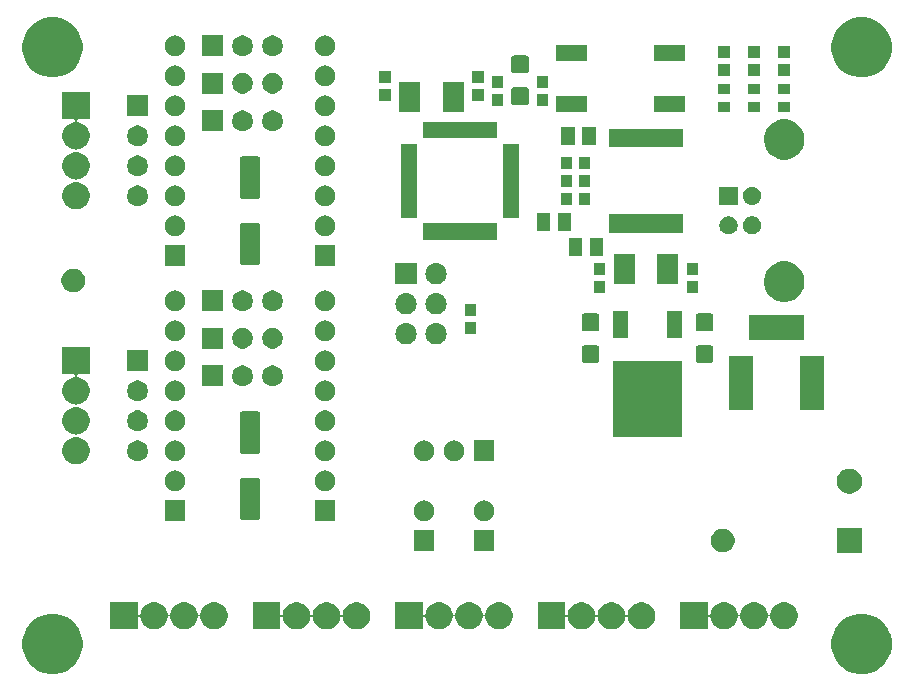
<source format=gbr>
G04 #@! TF.GenerationSoftware,KiCad,Pcbnew,(5.1.2)-2*
G04 #@! TF.CreationDate,2019-08-09T23:12:40-04:00*
G04 #@! TF.ProjectId,Controller,436f6e74-726f-46c6-9c65-722e6b696361,rev?*
G04 #@! TF.SameCoordinates,Original*
G04 #@! TF.FileFunction,Soldermask,Top*
G04 #@! TF.FilePolarity,Negative*
%FSLAX46Y46*%
G04 Gerber Fmt 4.6, Leading zero omitted, Abs format (unit mm)*
G04 Created by KiCad (PCBNEW (5.1.2)-2) date 2019-08-09 23:12:40*
%MOMM*%
%LPD*%
G04 APERTURE LIST*
%ADD10C,0.100000*%
G04 APERTURE END LIST*
D10*
G36*
X217494098Y-79297033D02*
G01*
X217956013Y-79488364D01*
X217958352Y-79489333D01*
X218376168Y-79768509D01*
X218731491Y-80123832D01*
X218970656Y-80481768D01*
X219010668Y-80541650D01*
X219202967Y-81005902D01*
X219301000Y-81498747D01*
X219301000Y-82001253D01*
X219202967Y-82494098D01*
X219010668Y-82958350D01*
X219010667Y-82958352D01*
X218731491Y-83376168D01*
X218376168Y-83731491D01*
X217958352Y-84010667D01*
X217958351Y-84010668D01*
X217958350Y-84010668D01*
X217494098Y-84202967D01*
X217001253Y-84301000D01*
X216498747Y-84301000D01*
X216005902Y-84202967D01*
X215541650Y-84010668D01*
X215541649Y-84010668D01*
X215541648Y-84010667D01*
X215123832Y-83731491D01*
X214768509Y-83376168D01*
X214489333Y-82958352D01*
X214489332Y-82958350D01*
X214297033Y-82494098D01*
X214199000Y-82001253D01*
X214199000Y-81498747D01*
X214297033Y-81005902D01*
X214489332Y-80541650D01*
X214529344Y-80481768D01*
X214768509Y-80123832D01*
X215123832Y-79768509D01*
X215541648Y-79489333D01*
X215543987Y-79488364D01*
X216005902Y-79297033D01*
X216498747Y-79199000D01*
X217001253Y-79199000D01*
X217494098Y-79297033D01*
X217494098Y-79297033D01*
G37*
G36*
X148994098Y-79297033D02*
G01*
X149456013Y-79488364D01*
X149458352Y-79489333D01*
X149876168Y-79768509D01*
X150231491Y-80123832D01*
X150470656Y-80481768D01*
X150510668Y-80541650D01*
X150702967Y-81005902D01*
X150801000Y-81498747D01*
X150801000Y-82001253D01*
X150702967Y-82494098D01*
X150510668Y-82958350D01*
X150510667Y-82958352D01*
X150231491Y-83376168D01*
X149876168Y-83731491D01*
X149458352Y-84010667D01*
X149458351Y-84010668D01*
X149458350Y-84010668D01*
X148994098Y-84202967D01*
X148501253Y-84301000D01*
X147998747Y-84301000D01*
X147505902Y-84202967D01*
X147041650Y-84010668D01*
X147041649Y-84010668D01*
X147041648Y-84010667D01*
X146623832Y-83731491D01*
X146268509Y-83376168D01*
X145989333Y-82958352D01*
X145989332Y-82958350D01*
X145797033Y-82494098D01*
X145699000Y-82001253D01*
X145699000Y-81498747D01*
X145797033Y-81005902D01*
X145989332Y-80541650D01*
X146029344Y-80481768D01*
X146268509Y-80123832D01*
X146623832Y-79768509D01*
X147041648Y-79489333D01*
X147043987Y-79488364D01*
X147505902Y-79297033D01*
X147998747Y-79199000D01*
X148501253Y-79199000D01*
X148994098Y-79297033D01*
X148994098Y-79297033D01*
G37*
G36*
X167521000Y-79189007D02*
G01*
X167523402Y-79213393D01*
X167530515Y-79236842D01*
X167542066Y-79258453D01*
X167557611Y-79277395D01*
X167576553Y-79292940D01*
X167598164Y-79304491D01*
X167621613Y-79311604D01*
X167645999Y-79314006D01*
X167670385Y-79311604D01*
X167693834Y-79304491D01*
X167715445Y-79292940D01*
X167734387Y-79277395D01*
X167749932Y-79258453D01*
X167761483Y-79236842D01*
X167768596Y-79213393D01*
X167803232Y-79039267D01*
X167889996Y-78829799D01*
X167889997Y-78829797D01*
X168015960Y-78641280D01*
X168176280Y-78480960D01*
X168364797Y-78354997D01*
X168574266Y-78268232D01*
X168685451Y-78246116D01*
X168796635Y-78224000D01*
X169023365Y-78224000D01*
X169134549Y-78246116D01*
X169245734Y-78268232D01*
X169455203Y-78354997D01*
X169643720Y-78480960D01*
X169804040Y-78641280D01*
X169930003Y-78829797D01*
X169930004Y-78829799D01*
X170016768Y-79039267D01*
X170057403Y-79243552D01*
X170064516Y-79267001D01*
X170076067Y-79288612D01*
X170091612Y-79307554D01*
X170110554Y-79323099D01*
X170132165Y-79334650D01*
X170155614Y-79341763D01*
X170180000Y-79344165D01*
X170204386Y-79341763D01*
X170227835Y-79334650D01*
X170249446Y-79323099D01*
X170268388Y-79307554D01*
X170283933Y-79288612D01*
X170295484Y-79267001D01*
X170302597Y-79243552D01*
X170343232Y-79039267D01*
X170429996Y-78829799D01*
X170429997Y-78829797D01*
X170555960Y-78641280D01*
X170716280Y-78480960D01*
X170904797Y-78354997D01*
X171114266Y-78268232D01*
X171225451Y-78246116D01*
X171336635Y-78224000D01*
X171563365Y-78224000D01*
X171674549Y-78246116D01*
X171785734Y-78268232D01*
X171995203Y-78354997D01*
X172183720Y-78480960D01*
X172344040Y-78641280D01*
X172470003Y-78829797D01*
X172470004Y-78829799D01*
X172556768Y-79039267D01*
X172597403Y-79243552D01*
X172604516Y-79267001D01*
X172616067Y-79288612D01*
X172631612Y-79307554D01*
X172650554Y-79323099D01*
X172672165Y-79334650D01*
X172695614Y-79341763D01*
X172720000Y-79344165D01*
X172744386Y-79341763D01*
X172767835Y-79334650D01*
X172789446Y-79323099D01*
X172808388Y-79307554D01*
X172823933Y-79288612D01*
X172835484Y-79267001D01*
X172842597Y-79243552D01*
X172883232Y-79039267D01*
X172969996Y-78829799D01*
X172969997Y-78829797D01*
X173095960Y-78641280D01*
X173256280Y-78480960D01*
X173444797Y-78354997D01*
X173654266Y-78268232D01*
X173765451Y-78246116D01*
X173876635Y-78224000D01*
X174103365Y-78224000D01*
X174214549Y-78246116D01*
X174325734Y-78268232D01*
X174535203Y-78354997D01*
X174723720Y-78480960D01*
X174884040Y-78641280D01*
X175010003Y-78829797D01*
X175010004Y-78829799D01*
X175096768Y-79039267D01*
X175141000Y-79261635D01*
X175141000Y-79488365D01*
X175140807Y-79489333D01*
X175096768Y-79710734D01*
X175010003Y-79920203D01*
X174884040Y-80108720D01*
X174723720Y-80269040D01*
X174535203Y-80395003D01*
X174325734Y-80481768D01*
X174214549Y-80503884D01*
X174103365Y-80526000D01*
X173876635Y-80526000D01*
X173765451Y-80503884D01*
X173654266Y-80481768D01*
X173444797Y-80395003D01*
X173256280Y-80269040D01*
X173095960Y-80108720D01*
X172969997Y-79920203D01*
X172883232Y-79710734D01*
X172842597Y-79506448D01*
X172835484Y-79482999D01*
X172823933Y-79461388D01*
X172808388Y-79442446D01*
X172789446Y-79426901D01*
X172767835Y-79415350D01*
X172744386Y-79408237D01*
X172720000Y-79405835D01*
X172695614Y-79408237D01*
X172672165Y-79415350D01*
X172650554Y-79426901D01*
X172631612Y-79442446D01*
X172616067Y-79461388D01*
X172604516Y-79482999D01*
X172597403Y-79506448D01*
X172556768Y-79710734D01*
X172470003Y-79920203D01*
X172344040Y-80108720D01*
X172183720Y-80269040D01*
X171995203Y-80395003D01*
X171785734Y-80481768D01*
X171674549Y-80503884D01*
X171563365Y-80526000D01*
X171336635Y-80526000D01*
X171225451Y-80503884D01*
X171114266Y-80481768D01*
X170904797Y-80395003D01*
X170716280Y-80269040D01*
X170555960Y-80108720D01*
X170429997Y-79920203D01*
X170343232Y-79710734D01*
X170302597Y-79506448D01*
X170295484Y-79482999D01*
X170283933Y-79461388D01*
X170268388Y-79442446D01*
X170249446Y-79426901D01*
X170227835Y-79415350D01*
X170204386Y-79408237D01*
X170180000Y-79405835D01*
X170155614Y-79408237D01*
X170132165Y-79415350D01*
X170110554Y-79426901D01*
X170091612Y-79442446D01*
X170076067Y-79461388D01*
X170064516Y-79482999D01*
X170057403Y-79506448D01*
X170016768Y-79710734D01*
X169930003Y-79920203D01*
X169804040Y-80108720D01*
X169643720Y-80269040D01*
X169455203Y-80395003D01*
X169245734Y-80481768D01*
X169134549Y-80503884D01*
X169023365Y-80526000D01*
X168796635Y-80526000D01*
X168685451Y-80503884D01*
X168574266Y-80481768D01*
X168364797Y-80395003D01*
X168176280Y-80269040D01*
X168015960Y-80108720D01*
X167889997Y-79920203D01*
X167803232Y-79710734D01*
X167768596Y-79536607D01*
X167761483Y-79513158D01*
X167749932Y-79491547D01*
X167734387Y-79472605D01*
X167715445Y-79457060D01*
X167693834Y-79445509D01*
X167670385Y-79438396D01*
X167645999Y-79435994D01*
X167621613Y-79438396D01*
X167598164Y-79445509D01*
X167576553Y-79457060D01*
X167557611Y-79472605D01*
X167542066Y-79491547D01*
X167530515Y-79513158D01*
X167523402Y-79536607D01*
X167521000Y-79560993D01*
X167521000Y-80526000D01*
X165219000Y-80526000D01*
X165219000Y-78224000D01*
X167521000Y-78224000D01*
X167521000Y-79189007D01*
X167521000Y-79189007D01*
G37*
G36*
X203716000Y-79189007D02*
G01*
X203718402Y-79213393D01*
X203725515Y-79236842D01*
X203737066Y-79258453D01*
X203752611Y-79277395D01*
X203771553Y-79292940D01*
X203793164Y-79304491D01*
X203816613Y-79311604D01*
X203840999Y-79314006D01*
X203865385Y-79311604D01*
X203888834Y-79304491D01*
X203910445Y-79292940D01*
X203929387Y-79277395D01*
X203944932Y-79258453D01*
X203956483Y-79236842D01*
X203963596Y-79213393D01*
X203998232Y-79039267D01*
X204084996Y-78829799D01*
X204084997Y-78829797D01*
X204210960Y-78641280D01*
X204371280Y-78480960D01*
X204559797Y-78354997D01*
X204769266Y-78268232D01*
X204880451Y-78246116D01*
X204991635Y-78224000D01*
X205218365Y-78224000D01*
X205329549Y-78246116D01*
X205440734Y-78268232D01*
X205650203Y-78354997D01*
X205838720Y-78480960D01*
X205999040Y-78641280D01*
X206125003Y-78829797D01*
X206125004Y-78829799D01*
X206211768Y-79039267D01*
X206252403Y-79243552D01*
X206259516Y-79267001D01*
X206271067Y-79288612D01*
X206286612Y-79307554D01*
X206305554Y-79323099D01*
X206327165Y-79334650D01*
X206350614Y-79341763D01*
X206375000Y-79344165D01*
X206399386Y-79341763D01*
X206422835Y-79334650D01*
X206444446Y-79323099D01*
X206463388Y-79307554D01*
X206478933Y-79288612D01*
X206490484Y-79267001D01*
X206497597Y-79243552D01*
X206538232Y-79039267D01*
X206624996Y-78829799D01*
X206624997Y-78829797D01*
X206750960Y-78641280D01*
X206911280Y-78480960D01*
X207099797Y-78354997D01*
X207309266Y-78268232D01*
X207420451Y-78246116D01*
X207531635Y-78224000D01*
X207758365Y-78224000D01*
X207869549Y-78246116D01*
X207980734Y-78268232D01*
X208190203Y-78354997D01*
X208378720Y-78480960D01*
X208539040Y-78641280D01*
X208665003Y-78829797D01*
X208665004Y-78829799D01*
X208751768Y-79039267D01*
X208792403Y-79243552D01*
X208799516Y-79267001D01*
X208811067Y-79288612D01*
X208826612Y-79307554D01*
X208845554Y-79323099D01*
X208867165Y-79334650D01*
X208890614Y-79341763D01*
X208915000Y-79344165D01*
X208939386Y-79341763D01*
X208962835Y-79334650D01*
X208984446Y-79323099D01*
X209003388Y-79307554D01*
X209018933Y-79288612D01*
X209030484Y-79267001D01*
X209037597Y-79243552D01*
X209078232Y-79039267D01*
X209164996Y-78829799D01*
X209164997Y-78829797D01*
X209290960Y-78641280D01*
X209451280Y-78480960D01*
X209639797Y-78354997D01*
X209849266Y-78268232D01*
X209960451Y-78246116D01*
X210071635Y-78224000D01*
X210298365Y-78224000D01*
X210409549Y-78246116D01*
X210520734Y-78268232D01*
X210730203Y-78354997D01*
X210918720Y-78480960D01*
X211079040Y-78641280D01*
X211205003Y-78829797D01*
X211205004Y-78829799D01*
X211291768Y-79039267D01*
X211336000Y-79261635D01*
X211336000Y-79488365D01*
X211335807Y-79489333D01*
X211291768Y-79710734D01*
X211205003Y-79920203D01*
X211079040Y-80108720D01*
X210918720Y-80269040D01*
X210730203Y-80395003D01*
X210520734Y-80481768D01*
X210409549Y-80503884D01*
X210298365Y-80526000D01*
X210071635Y-80526000D01*
X209960451Y-80503884D01*
X209849266Y-80481768D01*
X209639797Y-80395003D01*
X209451280Y-80269040D01*
X209290960Y-80108720D01*
X209164997Y-79920203D01*
X209078232Y-79710734D01*
X209037597Y-79506448D01*
X209030484Y-79482999D01*
X209018933Y-79461388D01*
X209003388Y-79442446D01*
X208984446Y-79426901D01*
X208962835Y-79415350D01*
X208939386Y-79408237D01*
X208915000Y-79405835D01*
X208890614Y-79408237D01*
X208867165Y-79415350D01*
X208845554Y-79426901D01*
X208826612Y-79442446D01*
X208811067Y-79461388D01*
X208799516Y-79482999D01*
X208792403Y-79506448D01*
X208751768Y-79710734D01*
X208665003Y-79920203D01*
X208539040Y-80108720D01*
X208378720Y-80269040D01*
X208190203Y-80395003D01*
X207980734Y-80481768D01*
X207869549Y-80503884D01*
X207758365Y-80526000D01*
X207531635Y-80526000D01*
X207420451Y-80503884D01*
X207309266Y-80481768D01*
X207099797Y-80395003D01*
X206911280Y-80269040D01*
X206750960Y-80108720D01*
X206624997Y-79920203D01*
X206538232Y-79710734D01*
X206497597Y-79506448D01*
X206490484Y-79482999D01*
X206478933Y-79461388D01*
X206463388Y-79442446D01*
X206444446Y-79426901D01*
X206422835Y-79415350D01*
X206399386Y-79408237D01*
X206375000Y-79405835D01*
X206350614Y-79408237D01*
X206327165Y-79415350D01*
X206305554Y-79426901D01*
X206286612Y-79442446D01*
X206271067Y-79461388D01*
X206259516Y-79482999D01*
X206252403Y-79506448D01*
X206211768Y-79710734D01*
X206125003Y-79920203D01*
X205999040Y-80108720D01*
X205838720Y-80269040D01*
X205650203Y-80395003D01*
X205440734Y-80481768D01*
X205329549Y-80503884D01*
X205218365Y-80526000D01*
X204991635Y-80526000D01*
X204880451Y-80503884D01*
X204769266Y-80481768D01*
X204559797Y-80395003D01*
X204371280Y-80269040D01*
X204210960Y-80108720D01*
X204084997Y-79920203D01*
X203998232Y-79710734D01*
X203963596Y-79536607D01*
X203956483Y-79513158D01*
X203944932Y-79491547D01*
X203929387Y-79472605D01*
X203910445Y-79457060D01*
X203888834Y-79445509D01*
X203865385Y-79438396D01*
X203840999Y-79435994D01*
X203816613Y-79438396D01*
X203793164Y-79445509D01*
X203771553Y-79457060D01*
X203752611Y-79472605D01*
X203737066Y-79491547D01*
X203725515Y-79513158D01*
X203718402Y-79536607D01*
X203716000Y-79560993D01*
X203716000Y-80526000D01*
X201414000Y-80526000D01*
X201414000Y-78224000D01*
X203716000Y-78224000D01*
X203716000Y-79189007D01*
X203716000Y-79189007D01*
G37*
G36*
X191651000Y-79189007D02*
G01*
X191653402Y-79213393D01*
X191660515Y-79236842D01*
X191672066Y-79258453D01*
X191687611Y-79277395D01*
X191706553Y-79292940D01*
X191728164Y-79304491D01*
X191751613Y-79311604D01*
X191775999Y-79314006D01*
X191800385Y-79311604D01*
X191823834Y-79304491D01*
X191845445Y-79292940D01*
X191864387Y-79277395D01*
X191879932Y-79258453D01*
X191891483Y-79236842D01*
X191898596Y-79213393D01*
X191933232Y-79039267D01*
X192019996Y-78829799D01*
X192019997Y-78829797D01*
X192145960Y-78641280D01*
X192306280Y-78480960D01*
X192494797Y-78354997D01*
X192704266Y-78268232D01*
X192815451Y-78246116D01*
X192926635Y-78224000D01*
X193153365Y-78224000D01*
X193264549Y-78246116D01*
X193375734Y-78268232D01*
X193585203Y-78354997D01*
X193773720Y-78480960D01*
X193934040Y-78641280D01*
X194060003Y-78829797D01*
X194060004Y-78829799D01*
X194146768Y-79039267D01*
X194187403Y-79243552D01*
X194194516Y-79267001D01*
X194206067Y-79288612D01*
X194221612Y-79307554D01*
X194240554Y-79323099D01*
X194262165Y-79334650D01*
X194285614Y-79341763D01*
X194310000Y-79344165D01*
X194334386Y-79341763D01*
X194357835Y-79334650D01*
X194379446Y-79323099D01*
X194398388Y-79307554D01*
X194413933Y-79288612D01*
X194425484Y-79267001D01*
X194432597Y-79243552D01*
X194473232Y-79039267D01*
X194559996Y-78829799D01*
X194559997Y-78829797D01*
X194685960Y-78641280D01*
X194846280Y-78480960D01*
X195034797Y-78354997D01*
X195244266Y-78268232D01*
X195355451Y-78246116D01*
X195466635Y-78224000D01*
X195693365Y-78224000D01*
X195804549Y-78246116D01*
X195915734Y-78268232D01*
X196125203Y-78354997D01*
X196313720Y-78480960D01*
X196474040Y-78641280D01*
X196600003Y-78829797D01*
X196600004Y-78829799D01*
X196686768Y-79039267D01*
X196727403Y-79243552D01*
X196734516Y-79267001D01*
X196746067Y-79288612D01*
X196761612Y-79307554D01*
X196780554Y-79323099D01*
X196802165Y-79334650D01*
X196825614Y-79341763D01*
X196850000Y-79344165D01*
X196874386Y-79341763D01*
X196897835Y-79334650D01*
X196919446Y-79323099D01*
X196938388Y-79307554D01*
X196953933Y-79288612D01*
X196965484Y-79267001D01*
X196972597Y-79243552D01*
X197013232Y-79039267D01*
X197099996Y-78829799D01*
X197099997Y-78829797D01*
X197225960Y-78641280D01*
X197386280Y-78480960D01*
X197574797Y-78354997D01*
X197784266Y-78268232D01*
X197895451Y-78246116D01*
X198006635Y-78224000D01*
X198233365Y-78224000D01*
X198344549Y-78246116D01*
X198455734Y-78268232D01*
X198665203Y-78354997D01*
X198853720Y-78480960D01*
X199014040Y-78641280D01*
X199140003Y-78829797D01*
X199140004Y-78829799D01*
X199226768Y-79039267D01*
X199271000Y-79261635D01*
X199271000Y-79488365D01*
X199270807Y-79489333D01*
X199226768Y-79710734D01*
X199140003Y-79920203D01*
X199014040Y-80108720D01*
X198853720Y-80269040D01*
X198665203Y-80395003D01*
X198455734Y-80481768D01*
X198344549Y-80503884D01*
X198233365Y-80526000D01*
X198006635Y-80526000D01*
X197895451Y-80503884D01*
X197784266Y-80481768D01*
X197574797Y-80395003D01*
X197386280Y-80269040D01*
X197225960Y-80108720D01*
X197099997Y-79920203D01*
X197013232Y-79710734D01*
X196972597Y-79506448D01*
X196965484Y-79482999D01*
X196953933Y-79461388D01*
X196938388Y-79442446D01*
X196919446Y-79426901D01*
X196897835Y-79415350D01*
X196874386Y-79408237D01*
X196850000Y-79405835D01*
X196825614Y-79408237D01*
X196802165Y-79415350D01*
X196780554Y-79426901D01*
X196761612Y-79442446D01*
X196746067Y-79461388D01*
X196734516Y-79482999D01*
X196727403Y-79506448D01*
X196686768Y-79710734D01*
X196600003Y-79920203D01*
X196474040Y-80108720D01*
X196313720Y-80269040D01*
X196125203Y-80395003D01*
X195915734Y-80481768D01*
X195804549Y-80503884D01*
X195693365Y-80526000D01*
X195466635Y-80526000D01*
X195355451Y-80503884D01*
X195244266Y-80481768D01*
X195034797Y-80395003D01*
X194846280Y-80269040D01*
X194685960Y-80108720D01*
X194559997Y-79920203D01*
X194473232Y-79710734D01*
X194432597Y-79506448D01*
X194425484Y-79482999D01*
X194413933Y-79461388D01*
X194398388Y-79442446D01*
X194379446Y-79426901D01*
X194357835Y-79415350D01*
X194334386Y-79408237D01*
X194310000Y-79405835D01*
X194285614Y-79408237D01*
X194262165Y-79415350D01*
X194240554Y-79426901D01*
X194221612Y-79442446D01*
X194206067Y-79461388D01*
X194194516Y-79482999D01*
X194187403Y-79506448D01*
X194146768Y-79710734D01*
X194060003Y-79920203D01*
X193934040Y-80108720D01*
X193773720Y-80269040D01*
X193585203Y-80395003D01*
X193375734Y-80481768D01*
X193264549Y-80503884D01*
X193153365Y-80526000D01*
X192926635Y-80526000D01*
X192815451Y-80503884D01*
X192704266Y-80481768D01*
X192494797Y-80395003D01*
X192306280Y-80269040D01*
X192145960Y-80108720D01*
X192019997Y-79920203D01*
X191933232Y-79710734D01*
X191898596Y-79536607D01*
X191891483Y-79513158D01*
X191879932Y-79491547D01*
X191864387Y-79472605D01*
X191845445Y-79457060D01*
X191823834Y-79445509D01*
X191800385Y-79438396D01*
X191775999Y-79435994D01*
X191751613Y-79438396D01*
X191728164Y-79445509D01*
X191706553Y-79457060D01*
X191687611Y-79472605D01*
X191672066Y-79491547D01*
X191660515Y-79513158D01*
X191653402Y-79536607D01*
X191651000Y-79560993D01*
X191651000Y-80526000D01*
X189349000Y-80526000D01*
X189349000Y-78224000D01*
X191651000Y-78224000D01*
X191651000Y-79189007D01*
X191651000Y-79189007D01*
G37*
G36*
X179586000Y-79189007D02*
G01*
X179588402Y-79213393D01*
X179595515Y-79236842D01*
X179607066Y-79258453D01*
X179622611Y-79277395D01*
X179641553Y-79292940D01*
X179663164Y-79304491D01*
X179686613Y-79311604D01*
X179710999Y-79314006D01*
X179735385Y-79311604D01*
X179758834Y-79304491D01*
X179780445Y-79292940D01*
X179799387Y-79277395D01*
X179814932Y-79258453D01*
X179826483Y-79236842D01*
X179833596Y-79213393D01*
X179868232Y-79039267D01*
X179954996Y-78829799D01*
X179954997Y-78829797D01*
X180080960Y-78641280D01*
X180241280Y-78480960D01*
X180429797Y-78354997D01*
X180639266Y-78268232D01*
X180750451Y-78246116D01*
X180861635Y-78224000D01*
X181088365Y-78224000D01*
X181199549Y-78246116D01*
X181310734Y-78268232D01*
X181520203Y-78354997D01*
X181708720Y-78480960D01*
X181869040Y-78641280D01*
X181995003Y-78829797D01*
X181995004Y-78829799D01*
X182081768Y-79039267D01*
X182122403Y-79243552D01*
X182129516Y-79267001D01*
X182141067Y-79288612D01*
X182156612Y-79307554D01*
X182175554Y-79323099D01*
X182197165Y-79334650D01*
X182220614Y-79341763D01*
X182245000Y-79344165D01*
X182269386Y-79341763D01*
X182292835Y-79334650D01*
X182314446Y-79323099D01*
X182333388Y-79307554D01*
X182348933Y-79288612D01*
X182360484Y-79267001D01*
X182367597Y-79243552D01*
X182408232Y-79039267D01*
X182494996Y-78829799D01*
X182494997Y-78829797D01*
X182620960Y-78641280D01*
X182781280Y-78480960D01*
X182969797Y-78354997D01*
X183179266Y-78268232D01*
X183290451Y-78246116D01*
X183401635Y-78224000D01*
X183628365Y-78224000D01*
X183739549Y-78246116D01*
X183850734Y-78268232D01*
X184060203Y-78354997D01*
X184248720Y-78480960D01*
X184409040Y-78641280D01*
X184535003Y-78829797D01*
X184535004Y-78829799D01*
X184621768Y-79039267D01*
X184662403Y-79243552D01*
X184669516Y-79267001D01*
X184681067Y-79288612D01*
X184696612Y-79307554D01*
X184715554Y-79323099D01*
X184737165Y-79334650D01*
X184760614Y-79341763D01*
X184785000Y-79344165D01*
X184809386Y-79341763D01*
X184832835Y-79334650D01*
X184854446Y-79323099D01*
X184873388Y-79307554D01*
X184888933Y-79288612D01*
X184900484Y-79267001D01*
X184907597Y-79243552D01*
X184948232Y-79039267D01*
X185034996Y-78829799D01*
X185034997Y-78829797D01*
X185160960Y-78641280D01*
X185321280Y-78480960D01*
X185509797Y-78354997D01*
X185719266Y-78268232D01*
X185830451Y-78246116D01*
X185941635Y-78224000D01*
X186168365Y-78224000D01*
X186279549Y-78246116D01*
X186390734Y-78268232D01*
X186600203Y-78354997D01*
X186788720Y-78480960D01*
X186949040Y-78641280D01*
X187075003Y-78829797D01*
X187075004Y-78829799D01*
X187161768Y-79039267D01*
X187206000Y-79261635D01*
X187206000Y-79488365D01*
X187205807Y-79489333D01*
X187161768Y-79710734D01*
X187075003Y-79920203D01*
X186949040Y-80108720D01*
X186788720Y-80269040D01*
X186600203Y-80395003D01*
X186390734Y-80481768D01*
X186279549Y-80503884D01*
X186168365Y-80526000D01*
X185941635Y-80526000D01*
X185830451Y-80503884D01*
X185719266Y-80481768D01*
X185509797Y-80395003D01*
X185321280Y-80269040D01*
X185160960Y-80108720D01*
X185034997Y-79920203D01*
X184948232Y-79710734D01*
X184907597Y-79506448D01*
X184900484Y-79482999D01*
X184888933Y-79461388D01*
X184873388Y-79442446D01*
X184854446Y-79426901D01*
X184832835Y-79415350D01*
X184809386Y-79408237D01*
X184785000Y-79405835D01*
X184760614Y-79408237D01*
X184737165Y-79415350D01*
X184715554Y-79426901D01*
X184696612Y-79442446D01*
X184681067Y-79461388D01*
X184669516Y-79482999D01*
X184662403Y-79506448D01*
X184621768Y-79710734D01*
X184535003Y-79920203D01*
X184409040Y-80108720D01*
X184248720Y-80269040D01*
X184060203Y-80395003D01*
X183850734Y-80481768D01*
X183739549Y-80503884D01*
X183628365Y-80526000D01*
X183401635Y-80526000D01*
X183290451Y-80503884D01*
X183179266Y-80481768D01*
X182969797Y-80395003D01*
X182781280Y-80269040D01*
X182620960Y-80108720D01*
X182494997Y-79920203D01*
X182408232Y-79710734D01*
X182367597Y-79506448D01*
X182360484Y-79482999D01*
X182348933Y-79461388D01*
X182333388Y-79442446D01*
X182314446Y-79426901D01*
X182292835Y-79415350D01*
X182269386Y-79408237D01*
X182245000Y-79405835D01*
X182220614Y-79408237D01*
X182197165Y-79415350D01*
X182175554Y-79426901D01*
X182156612Y-79442446D01*
X182141067Y-79461388D01*
X182129516Y-79482999D01*
X182122403Y-79506448D01*
X182081768Y-79710734D01*
X181995003Y-79920203D01*
X181869040Y-80108720D01*
X181708720Y-80269040D01*
X181520203Y-80395003D01*
X181310734Y-80481768D01*
X181199549Y-80503884D01*
X181088365Y-80526000D01*
X180861635Y-80526000D01*
X180750451Y-80503884D01*
X180639266Y-80481768D01*
X180429797Y-80395003D01*
X180241280Y-80269040D01*
X180080960Y-80108720D01*
X179954997Y-79920203D01*
X179868232Y-79710734D01*
X179833596Y-79536607D01*
X179826483Y-79513158D01*
X179814932Y-79491547D01*
X179799387Y-79472605D01*
X179780445Y-79457060D01*
X179758834Y-79445509D01*
X179735385Y-79438396D01*
X179710999Y-79435994D01*
X179686613Y-79438396D01*
X179663164Y-79445509D01*
X179641553Y-79457060D01*
X179622611Y-79472605D01*
X179607066Y-79491547D01*
X179595515Y-79513158D01*
X179588402Y-79536607D01*
X179586000Y-79560993D01*
X179586000Y-80526000D01*
X177284000Y-80526000D01*
X177284000Y-78224000D01*
X179586000Y-78224000D01*
X179586000Y-79189007D01*
X179586000Y-79189007D01*
G37*
G36*
X155456000Y-79189007D02*
G01*
X155458402Y-79213393D01*
X155465515Y-79236842D01*
X155477066Y-79258453D01*
X155492611Y-79277395D01*
X155511553Y-79292940D01*
X155533164Y-79304491D01*
X155556613Y-79311604D01*
X155580999Y-79314006D01*
X155605385Y-79311604D01*
X155628834Y-79304491D01*
X155650445Y-79292940D01*
X155669387Y-79277395D01*
X155684932Y-79258453D01*
X155696483Y-79236842D01*
X155703596Y-79213393D01*
X155738232Y-79039267D01*
X155824996Y-78829799D01*
X155824997Y-78829797D01*
X155950960Y-78641280D01*
X156111280Y-78480960D01*
X156299797Y-78354997D01*
X156509266Y-78268232D01*
X156620451Y-78246116D01*
X156731635Y-78224000D01*
X156958365Y-78224000D01*
X157069549Y-78246116D01*
X157180734Y-78268232D01*
X157390203Y-78354997D01*
X157578720Y-78480960D01*
X157739040Y-78641280D01*
X157865003Y-78829797D01*
X157865004Y-78829799D01*
X157951768Y-79039267D01*
X157992403Y-79243552D01*
X157999516Y-79267001D01*
X158011067Y-79288612D01*
X158026612Y-79307554D01*
X158045554Y-79323099D01*
X158067165Y-79334650D01*
X158090614Y-79341763D01*
X158115000Y-79344165D01*
X158139386Y-79341763D01*
X158162835Y-79334650D01*
X158184446Y-79323099D01*
X158203388Y-79307554D01*
X158218933Y-79288612D01*
X158230484Y-79267001D01*
X158237597Y-79243552D01*
X158278232Y-79039267D01*
X158364996Y-78829799D01*
X158364997Y-78829797D01*
X158490960Y-78641280D01*
X158651280Y-78480960D01*
X158839797Y-78354997D01*
X159049266Y-78268232D01*
X159160451Y-78246116D01*
X159271635Y-78224000D01*
X159498365Y-78224000D01*
X159609549Y-78246116D01*
X159720734Y-78268232D01*
X159930203Y-78354997D01*
X160118720Y-78480960D01*
X160279040Y-78641280D01*
X160405003Y-78829797D01*
X160405004Y-78829799D01*
X160491768Y-79039267D01*
X160532403Y-79243552D01*
X160539516Y-79267001D01*
X160551067Y-79288612D01*
X160566612Y-79307554D01*
X160585554Y-79323099D01*
X160607165Y-79334650D01*
X160630614Y-79341763D01*
X160655000Y-79344165D01*
X160679386Y-79341763D01*
X160702835Y-79334650D01*
X160724446Y-79323099D01*
X160743388Y-79307554D01*
X160758933Y-79288612D01*
X160770484Y-79267001D01*
X160777597Y-79243552D01*
X160818232Y-79039267D01*
X160904996Y-78829799D01*
X160904997Y-78829797D01*
X161030960Y-78641280D01*
X161191280Y-78480960D01*
X161379797Y-78354997D01*
X161589266Y-78268232D01*
X161700451Y-78246116D01*
X161811635Y-78224000D01*
X162038365Y-78224000D01*
X162149549Y-78246116D01*
X162260734Y-78268232D01*
X162470203Y-78354997D01*
X162658720Y-78480960D01*
X162819040Y-78641280D01*
X162945003Y-78829797D01*
X162945004Y-78829799D01*
X163031768Y-79039267D01*
X163076000Y-79261635D01*
X163076000Y-79488365D01*
X163075807Y-79489333D01*
X163031768Y-79710734D01*
X162945003Y-79920203D01*
X162819040Y-80108720D01*
X162658720Y-80269040D01*
X162470203Y-80395003D01*
X162260734Y-80481768D01*
X162149549Y-80503884D01*
X162038365Y-80526000D01*
X161811635Y-80526000D01*
X161700451Y-80503884D01*
X161589266Y-80481768D01*
X161379797Y-80395003D01*
X161191280Y-80269040D01*
X161030960Y-80108720D01*
X160904997Y-79920203D01*
X160818232Y-79710734D01*
X160777597Y-79506448D01*
X160770484Y-79482999D01*
X160758933Y-79461388D01*
X160743388Y-79442446D01*
X160724446Y-79426901D01*
X160702835Y-79415350D01*
X160679386Y-79408237D01*
X160655000Y-79405835D01*
X160630614Y-79408237D01*
X160607165Y-79415350D01*
X160585554Y-79426901D01*
X160566612Y-79442446D01*
X160551067Y-79461388D01*
X160539516Y-79482999D01*
X160532403Y-79506448D01*
X160491768Y-79710734D01*
X160405003Y-79920203D01*
X160279040Y-80108720D01*
X160118720Y-80269040D01*
X159930203Y-80395003D01*
X159720734Y-80481768D01*
X159609549Y-80503884D01*
X159498365Y-80526000D01*
X159271635Y-80526000D01*
X159160451Y-80503884D01*
X159049266Y-80481768D01*
X158839797Y-80395003D01*
X158651280Y-80269040D01*
X158490960Y-80108720D01*
X158364997Y-79920203D01*
X158278232Y-79710734D01*
X158237597Y-79506448D01*
X158230484Y-79482999D01*
X158218933Y-79461388D01*
X158203388Y-79442446D01*
X158184446Y-79426901D01*
X158162835Y-79415350D01*
X158139386Y-79408237D01*
X158115000Y-79405835D01*
X158090614Y-79408237D01*
X158067165Y-79415350D01*
X158045554Y-79426901D01*
X158026612Y-79442446D01*
X158011067Y-79461388D01*
X157999516Y-79482999D01*
X157992403Y-79506448D01*
X157951768Y-79710734D01*
X157865003Y-79920203D01*
X157739040Y-80108720D01*
X157578720Y-80269040D01*
X157390203Y-80395003D01*
X157180734Y-80481768D01*
X157069549Y-80503884D01*
X156958365Y-80526000D01*
X156731635Y-80526000D01*
X156620451Y-80503884D01*
X156509266Y-80481768D01*
X156299797Y-80395003D01*
X156111280Y-80269040D01*
X155950960Y-80108720D01*
X155824997Y-79920203D01*
X155738232Y-79710734D01*
X155703596Y-79536607D01*
X155696483Y-79513158D01*
X155684932Y-79491547D01*
X155669387Y-79472605D01*
X155650445Y-79457060D01*
X155628834Y-79445509D01*
X155605385Y-79438396D01*
X155580999Y-79435994D01*
X155556613Y-79438396D01*
X155533164Y-79445509D01*
X155511553Y-79457060D01*
X155492611Y-79472605D01*
X155477066Y-79491547D01*
X155465515Y-79513158D01*
X155458402Y-79536607D01*
X155456000Y-79560993D01*
X155456000Y-80526000D01*
X153154000Y-80526000D01*
X153154000Y-78224000D01*
X155456000Y-78224000D01*
X155456000Y-79189007D01*
X155456000Y-79189007D01*
G37*
G36*
X216790000Y-74052000D02*
G01*
X214656000Y-74052000D01*
X214656000Y-71918000D01*
X216790000Y-71918000D01*
X216790000Y-74052000D01*
X216790000Y-74052000D01*
G37*
G36*
X205227290Y-72025619D02*
G01*
X205291689Y-72038429D01*
X205473678Y-72113811D01*
X205637463Y-72223249D01*
X205776751Y-72362537D01*
X205886189Y-72526322D01*
X205961571Y-72708311D01*
X206000000Y-72901509D01*
X206000000Y-73098491D01*
X205961571Y-73291689D01*
X205886189Y-73473678D01*
X205776751Y-73637463D01*
X205637463Y-73776751D01*
X205473678Y-73886189D01*
X205291689Y-73961571D01*
X205227290Y-73974381D01*
X205098493Y-74000000D01*
X204901507Y-74000000D01*
X204772710Y-73974381D01*
X204708311Y-73961571D01*
X204526322Y-73886189D01*
X204362537Y-73776751D01*
X204223249Y-73637463D01*
X204113811Y-73473678D01*
X204038429Y-73291689D01*
X204000000Y-73098491D01*
X204000000Y-72901509D01*
X204038429Y-72708311D01*
X204113811Y-72526322D01*
X204223249Y-72362537D01*
X204362537Y-72223249D01*
X204526322Y-72113811D01*
X204708311Y-72038429D01*
X204772710Y-72025619D01*
X204901507Y-72000000D01*
X205098493Y-72000000D01*
X205227290Y-72025619D01*
X205227290Y-72025619D01*
G37*
G36*
X185661500Y-73901500D02*
G01*
X183908500Y-73901500D01*
X183908500Y-72148500D01*
X185661500Y-72148500D01*
X185661500Y-73901500D01*
X185661500Y-73901500D01*
G37*
G36*
X180581500Y-73901500D02*
G01*
X178828500Y-73901500D01*
X178828500Y-72148500D01*
X180581500Y-72148500D01*
X180581500Y-73901500D01*
X180581500Y-73901500D01*
G37*
G36*
X179875997Y-69625341D02*
G01*
X179960666Y-69642183D01*
X180026738Y-69669551D01*
X180120177Y-69708255D01*
X180263736Y-69804178D01*
X180385822Y-69926264D01*
X180481745Y-70069823D01*
X180547817Y-70229335D01*
X180581500Y-70398671D01*
X180581500Y-70571329D01*
X180547817Y-70740665D01*
X180481745Y-70900177D01*
X180385822Y-71043736D01*
X180263736Y-71165822D01*
X180120177Y-71261745D01*
X180026738Y-71300449D01*
X179960666Y-71327817D01*
X179875997Y-71344658D01*
X179791329Y-71361500D01*
X179618671Y-71361500D01*
X179534003Y-71344659D01*
X179449334Y-71327817D01*
X179383262Y-71300449D01*
X179289823Y-71261745D01*
X179146264Y-71165822D01*
X179024178Y-71043736D01*
X178928255Y-70900177D01*
X178862183Y-70740665D01*
X178828500Y-70571329D01*
X178828500Y-70398671D01*
X178862183Y-70229335D01*
X178928255Y-70069823D01*
X179024178Y-69926264D01*
X179146264Y-69804178D01*
X179289823Y-69708255D01*
X179383262Y-69669551D01*
X179449334Y-69642183D01*
X179534003Y-69625341D01*
X179618671Y-69608500D01*
X179791329Y-69608500D01*
X179875997Y-69625341D01*
X179875997Y-69625341D01*
G37*
G36*
X172199500Y-71361500D02*
G01*
X170446500Y-71361500D01*
X170446500Y-69608500D01*
X172199500Y-69608500D01*
X172199500Y-71361500D01*
X172199500Y-71361500D01*
G37*
G36*
X159499500Y-71361500D02*
G01*
X157746500Y-71361500D01*
X157746500Y-69608500D01*
X159499500Y-69608500D01*
X159499500Y-71361500D01*
X159499500Y-71361500D01*
G37*
G36*
X184955997Y-69625341D02*
G01*
X185040666Y-69642183D01*
X185106738Y-69669551D01*
X185200177Y-69708255D01*
X185343736Y-69804178D01*
X185465822Y-69926264D01*
X185561745Y-70069823D01*
X185627817Y-70229335D01*
X185661500Y-70398671D01*
X185661500Y-70571329D01*
X185627817Y-70740665D01*
X185561745Y-70900177D01*
X185465822Y-71043736D01*
X185343736Y-71165822D01*
X185200177Y-71261745D01*
X185106738Y-71300449D01*
X185040666Y-71327817D01*
X184955997Y-71344658D01*
X184871329Y-71361500D01*
X184698671Y-71361500D01*
X184614003Y-71344659D01*
X184529334Y-71327817D01*
X184463262Y-71300449D01*
X184369823Y-71261745D01*
X184226264Y-71165822D01*
X184104178Y-71043736D01*
X184008255Y-70900177D01*
X183942183Y-70740665D01*
X183908500Y-70571329D01*
X183908500Y-70398671D01*
X183942183Y-70229335D01*
X184008255Y-70069823D01*
X184104178Y-69926264D01*
X184226264Y-69804178D01*
X184369823Y-69708255D01*
X184463262Y-69669551D01*
X184529334Y-69642183D01*
X184614003Y-69625341D01*
X184698671Y-69608500D01*
X184871329Y-69608500D01*
X184955997Y-69625341D01*
X184955997Y-69625341D01*
G37*
G36*
X165678997Y-67678051D02*
G01*
X165712652Y-67688261D01*
X165743665Y-67704838D01*
X165770851Y-67727149D01*
X165793162Y-67754335D01*
X165809739Y-67785348D01*
X165819949Y-67819003D01*
X165824000Y-67860138D01*
X165824000Y-71089862D01*
X165819949Y-71130997D01*
X165809739Y-71164652D01*
X165793162Y-71195665D01*
X165770851Y-71222851D01*
X165743665Y-71245162D01*
X165712652Y-71261739D01*
X165678997Y-71271949D01*
X165637862Y-71276000D01*
X164308138Y-71276000D01*
X164267003Y-71271949D01*
X164233348Y-71261739D01*
X164202335Y-71245162D01*
X164175149Y-71222851D01*
X164152838Y-71195665D01*
X164136261Y-71164652D01*
X164126051Y-71130997D01*
X164122000Y-71089862D01*
X164122000Y-67860138D01*
X164126051Y-67819003D01*
X164136261Y-67785348D01*
X164152838Y-67754335D01*
X164175149Y-67727149D01*
X164202335Y-67704838D01*
X164233348Y-67688261D01*
X164267003Y-67678051D01*
X164308138Y-67674000D01*
X165637862Y-67674000D01*
X165678997Y-67678051D01*
X165678997Y-67678051D01*
G37*
G36*
X216034231Y-66959003D02*
G01*
X216228412Y-67039436D01*
X216228414Y-67039437D01*
X216403173Y-67156207D01*
X216551793Y-67304827D01*
X216606207Y-67386264D01*
X216668564Y-67479588D01*
X216748997Y-67673769D01*
X216790000Y-67879908D01*
X216790000Y-68090092D01*
X216748997Y-68296231D01*
X216722509Y-68360178D01*
X216668563Y-68490414D01*
X216551793Y-68665173D01*
X216403173Y-68813793D01*
X216228414Y-68930563D01*
X216228413Y-68930564D01*
X216228412Y-68930564D01*
X216034231Y-69010997D01*
X215828092Y-69052000D01*
X215617908Y-69052000D01*
X215411769Y-69010997D01*
X215217588Y-68930564D01*
X215217587Y-68930564D01*
X215217586Y-68930563D01*
X215042827Y-68813793D01*
X214894207Y-68665173D01*
X214777437Y-68490414D01*
X214723491Y-68360178D01*
X214697003Y-68296231D01*
X214656000Y-68090092D01*
X214656000Y-67879908D01*
X214697003Y-67673769D01*
X214777436Y-67479588D01*
X214839793Y-67386264D01*
X214894207Y-67304827D01*
X215042827Y-67156207D01*
X215217586Y-67039437D01*
X215217588Y-67039436D01*
X215411769Y-66959003D01*
X215617908Y-66918000D01*
X215828092Y-66918000D01*
X216034231Y-66959003D01*
X216034231Y-66959003D01*
G37*
G36*
X171493997Y-67085341D02*
G01*
X171578666Y-67102183D01*
X171644738Y-67129551D01*
X171738177Y-67168255D01*
X171881736Y-67264178D01*
X172003822Y-67386264D01*
X172099745Y-67529823D01*
X172138449Y-67623262D01*
X172165373Y-67688261D01*
X172165817Y-67689335D01*
X172199500Y-67858671D01*
X172199500Y-68031329D01*
X172165817Y-68200665D01*
X172099745Y-68360177D01*
X172003822Y-68503736D01*
X171881736Y-68625822D01*
X171738177Y-68721745D01*
X171644738Y-68760449D01*
X171578666Y-68787817D01*
X171493997Y-68804659D01*
X171409329Y-68821500D01*
X171236671Y-68821500D01*
X171152003Y-68804659D01*
X171067334Y-68787817D01*
X171001262Y-68760449D01*
X170907823Y-68721745D01*
X170764264Y-68625822D01*
X170642178Y-68503736D01*
X170546255Y-68360177D01*
X170480183Y-68200665D01*
X170446500Y-68031329D01*
X170446500Y-67858671D01*
X170480183Y-67689335D01*
X170480628Y-67688261D01*
X170507551Y-67623262D01*
X170546255Y-67529823D01*
X170642178Y-67386264D01*
X170764264Y-67264178D01*
X170907823Y-67168255D01*
X171001262Y-67129551D01*
X171067334Y-67102183D01*
X171152003Y-67085341D01*
X171236671Y-67068500D01*
X171409329Y-67068500D01*
X171493997Y-67085341D01*
X171493997Y-67085341D01*
G37*
G36*
X158793997Y-67085341D02*
G01*
X158878666Y-67102183D01*
X158944738Y-67129551D01*
X159038177Y-67168255D01*
X159181736Y-67264178D01*
X159303822Y-67386264D01*
X159399745Y-67529823D01*
X159438449Y-67623262D01*
X159465373Y-67688261D01*
X159465817Y-67689335D01*
X159499500Y-67858671D01*
X159499500Y-68031329D01*
X159465817Y-68200665D01*
X159399745Y-68360177D01*
X159303822Y-68503736D01*
X159181736Y-68625822D01*
X159038177Y-68721745D01*
X158944738Y-68760449D01*
X158878666Y-68787817D01*
X158793997Y-68804659D01*
X158709329Y-68821500D01*
X158536671Y-68821500D01*
X158452003Y-68804659D01*
X158367334Y-68787817D01*
X158301262Y-68760449D01*
X158207823Y-68721745D01*
X158064264Y-68625822D01*
X157942178Y-68503736D01*
X157846255Y-68360177D01*
X157780183Y-68200665D01*
X157746500Y-68031329D01*
X157746500Y-67858671D01*
X157780183Y-67689335D01*
X157780628Y-67688261D01*
X157807551Y-67623262D01*
X157846255Y-67529823D01*
X157942178Y-67386264D01*
X158064264Y-67264178D01*
X158207823Y-67168255D01*
X158301262Y-67129551D01*
X158367334Y-67102183D01*
X158452003Y-67085341D01*
X158536671Y-67068500D01*
X158709329Y-67068500D01*
X158793997Y-67085341D01*
X158793997Y-67085341D01*
G37*
G36*
X151392000Y-58936000D02*
G01*
X150426993Y-58936000D01*
X150402607Y-58938402D01*
X150379158Y-58945515D01*
X150357547Y-58957066D01*
X150338605Y-58972611D01*
X150323060Y-58991553D01*
X150311509Y-59013164D01*
X150304396Y-59036613D01*
X150301994Y-59060999D01*
X150304396Y-59085385D01*
X150311509Y-59108834D01*
X150323060Y-59130445D01*
X150338605Y-59149387D01*
X150357547Y-59164932D01*
X150379158Y-59176483D01*
X150402608Y-59183596D01*
X150576734Y-59218232D01*
X150786203Y-59304997D01*
X150974720Y-59430960D01*
X151135040Y-59591280D01*
X151261003Y-59779797D01*
X151347768Y-59989266D01*
X151392000Y-60211636D01*
X151392000Y-60438364D01*
X151347768Y-60660734D01*
X151261003Y-60870203D01*
X151135040Y-61058720D01*
X150974720Y-61219040D01*
X150786203Y-61345003D01*
X150576734Y-61431768D01*
X150449161Y-61457144D01*
X150372448Y-61472403D01*
X150348999Y-61479516D01*
X150327388Y-61491067D01*
X150308446Y-61506612D01*
X150292901Y-61525554D01*
X150281350Y-61547165D01*
X150274237Y-61570614D01*
X150271835Y-61595000D01*
X150274237Y-61619386D01*
X150281350Y-61642835D01*
X150292901Y-61664446D01*
X150308446Y-61683388D01*
X150327388Y-61698933D01*
X150348999Y-61710484D01*
X150372448Y-61717597D01*
X150449161Y-61732856D01*
X150576734Y-61758232D01*
X150786203Y-61844997D01*
X150974720Y-61970960D01*
X151135040Y-62131280D01*
X151261003Y-62319797D01*
X151347768Y-62529266D01*
X151392000Y-62751636D01*
X151392000Y-62978364D01*
X151347768Y-63200734D01*
X151261003Y-63410203D01*
X151135040Y-63598720D01*
X150974720Y-63759040D01*
X150786203Y-63885003D01*
X150576734Y-63971768D01*
X150449161Y-63997144D01*
X150372448Y-64012403D01*
X150348999Y-64019516D01*
X150327388Y-64031067D01*
X150308446Y-64046612D01*
X150292901Y-64065554D01*
X150281350Y-64087165D01*
X150274237Y-64110614D01*
X150271835Y-64135000D01*
X150274237Y-64159386D01*
X150281350Y-64182835D01*
X150292901Y-64204446D01*
X150308446Y-64223388D01*
X150327388Y-64238933D01*
X150348999Y-64250484D01*
X150372448Y-64257597D01*
X150449161Y-64272856D01*
X150576734Y-64298232D01*
X150786203Y-64384997D01*
X150974720Y-64510960D01*
X151135040Y-64671280D01*
X151261003Y-64859797D01*
X151347768Y-65069266D01*
X151392000Y-65291636D01*
X151392000Y-65518364D01*
X151347768Y-65740734D01*
X151261003Y-65950203D01*
X151135040Y-66138720D01*
X150974720Y-66299040D01*
X150786203Y-66425003D01*
X150576734Y-66511768D01*
X150465549Y-66533884D01*
X150354365Y-66556000D01*
X150127635Y-66556000D01*
X150016451Y-66533884D01*
X149905266Y-66511768D01*
X149695797Y-66425003D01*
X149507280Y-66299040D01*
X149346960Y-66138720D01*
X149220997Y-65950203D01*
X149134232Y-65740734D01*
X149090000Y-65518364D01*
X149090000Y-65291636D01*
X149134232Y-65069266D01*
X149220997Y-64859797D01*
X149346960Y-64671280D01*
X149507280Y-64510960D01*
X149695797Y-64384997D01*
X149905266Y-64298232D01*
X150032839Y-64272856D01*
X150109552Y-64257597D01*
X150133001Y-64250484D01*
X150154612Y-64238933D01*
X150173554Y-64223388D01*
X150189099Y-64204446D01*
X150200650Y-64182835D01*
X150207763Y-64159386D01*
X150210165Y-64135000D01*
X150207763Y-64110614D01*
X150200650Y-64087165D01*
X150189099Y-64065554D01*
X150173554Y-64046612D01*
X150154612Y-64031067D01*
X150133001Y-64019516D01*
X150109552Y-64012403D01*
X150032839Y-63997144D01*
X149905266Y-63971768D01*
X149695797Y-63885003D01*
X149507280Y-63759040D01*
X149346960Y-63598720D01*
X149220997Y-63410203D01*
X149134232Y-63200734D01*
X149090000Y-62978364D01*
X149090000Y-62751636D01*
X149134232Y-62529266D01*
X149220997Y-62319797D01*
X149346960Y-62131280D01*
X149507280Y-61970960D01*
X149695797Y-61844997D01*
X149905266Y-61758232D01*
X150032839Y-61732856D01*
X150109552Y-61717597D01*
X150133001Y-61710484D01*
X150154612Y-61698933D01*
X150173554Y-61683388D01*
X150189099Y-61664446D01*
X150200650Y-61642835D01*
X150207763Y-61619386D01*
X150210165Y-61595000D01*
X150207763Y-61570614D01*
X150200650Y-61547165D01*
X150189099Y-61525554D01*
X150173554Y-61506612D01*
X150154612Y-61491067D01*
X150133001Y-61479516D01*
X150109552Y-61472403D01*
X150032839Y-61457144D01*
X149905266Y-61431768D01*
X149695797Y-61345003D01*
X149507280Y-61219040D01*
X149346960Y-61058720D01*
X149220997Y-60870203D01*
X149134232Y-60660734D01*
X149090000Y-60438364D01*
X149090000Y-60211636D01*
X149134232Y-59989266D01*
X149220997Y-59779797D01*
X149346960Y-59591280D01*
X149507280Y-59430960D01*
X149695797Y-59304997D01*
X149905266Y-59218232D01*
X150079392Y-59183596D01*
X150102842Y-59176483D01*
X150124453Y-59164932D01*
X150143395Y-59149387D01*
X150158940Y-59130445D01*
X150170491Y-59108834D01*
X150177604Y-59085385D01*
X150180006Y-59060999D01*
X150177604Y-59036613D01*
X150170491Y-59013164D01*
X150158940Y-58991553D01*
X150143395Y-58972611D01*
X150124453Y-58957066D01*
X150102842Y-58945515D01*
X150079393Y-58938402D01*
X150055007Y-58936000D01*
X149090000Y-58936000D01*
X149090000Y-56634000D01*
X151392000Y-56634000D01*
X151392000Y-58936000D01*
X151392000Y-58936000D01*
G37*
G36*
X182415997Y-64545342D02*
G01*
X182500666Y-64562183D01*
X182566738Y-64589551D01*
X182660177Y-64628255D01*
X182803736Y-64724178D01*
X182925822Y-64846264D01*
X183021745Y-64989823D01*
X183087817Y-65149335D01*
X183121500Y-65318671D01*
X183121500Y-65491329D01*
X183108276Y-65557810D01*
X183087817Y-65660666D01*
X183083582Y-65670890D01*
X183021745Y-65820177D01*
X182925822Y-65963736D01*
X182803736Y-66085822D01*
X182660177Y-66181745D01*
X182566738Y-66220449D01*
X182500666Y-66247817D01*
X182415997Y-66264658D01*
X182331329Y-66281500D01*
X182158671Y-66281500D01*
X182074003Y-66264658D01*
X181989334Y-66247817D01*
X181923262Y-66220449D01*
X181829823Y-66181745D01*
X181686264Y-66085822D01*
X181564178Y-65963736D01*
X181468255Y-65820177D01*
X181406418Y-65670890D01*
X181402183Y-65660666D01*
X181381724Y-65557810D01*
X181368500Y-65491329D01*
X181368500Y-65318671D01*
X181402183Y-65149335D01*
X181468255Y-64989823D01*
X181564178Y-64846264D01*
X181686264Y-64724178D01*
X181829823Y-64628255D01*
X181923262Y-64589551D01*
X181989334Y-64562183D01*
X182074003Y-64545342D01*
X182158671Y-64528500D01*
X182331329Y-64528500D01*
X182415997Y-64545342D01*
X182415997Y-64545342D01*
G37*
G36*
X171493997Y-64545342D02*
G01*
X171578666Y-64562183D01*
X171644738Y-64589551D01*
X171738177Y-64628255D01*
X171881736Y-64724178D01*
X172003822Y-64846264D01*
X172099745Y-64989823D01*
X172165817Y-65149335D01*
X172199500Y-65318671D01*
X172199500Y-65491329D01*
X172186276Y-65557810D01*
X172165817Y-65660666D01*
X172161582Y-65670890D01*
X172099745Y-65820177D01*
X172003822Y-65963736D01*
X171881736Y-66085822D01*
X171738177Y-66181745D01*
X171644738Y-66220449D01*
X171578666Y-66247817D01*
X171493997Y-66264658D01*
X171409329Y-66281500D01*
X171236671Y-66281500D01*
X171152003Y-66264658D01*
X171067334Y-66247817D01*
X171001262Y-66220449D01*
X170907823Y-66181745D01*
X170764264Y-66085822D01*
X170642178Y-65963736D01*
X170546255Y-65820177D01*
X170484418Y-65670890D01*
X170480183Y-65660666D01*
X170459724Y-65557810D01*
X170446500Y-65491329D01*
X170446500Y-65318671D01*
X170480183Y-65149335D01*
X170546255Y-64989823D01*
X170642178Y-64846264D01*
X170764264Y-64724178D01*
X170907823Y-64628255D01*
X171001262Y-64589551D01*
X171067334Y-64562183D01*
X171152003Y-64545342D01*
X171236671Y-64528500D01*
X171409329Y-64528500D01*
X171493997Y-64545342D01*
X171493997Y-64545342D01*
G37*
G36*
X179875997Y-64545342D02*
G01*
X179960666Y-64562183D01*
X180026738Y-64589551D01*
X180120177Y-64628255D01*
X180263736Y-64724178D01*
X180385822Y-64846264D01*
X180481745Y-64989823D01*
X180547817Y-65149335D01*
X180581500Y-65318671D01*
X180581500Y-65491329D01*
X180568276Y-65557810D01*
X180547817Y-65660666D01*
X180543582Y-65670890D01*
X180481745Y-65820177D01*
X180385822Y-65963736D01*
X180263736Y-66085822D01*
X180120177Y-66181745D01*
X180026738Y-66220449D01*
X179960666Y-66247817D01*
X179875997Y-66264658D01*
X179791329Y-66281500D01*
X179618671Y-66281500D01*
X179534003Y-66264658D01*
X179449334Y-66247817D01*
X179383262Y-66220449D01*
X179289823Y-66181745D01*
X179146264Y-66085822D01*
X179024178Y-65963736D01*
X178928255Y-65820177D01*
X178866418Y-65670890D01*
X178862183Y-65660666D01*
X178841724Y-65557810D01*
X178828500Y-65491329D01*
X178828500Y-65318671D01*
X178862183Y-65149335D01*
X178928255Y-64989823D01*
X179024178Y-64846264D01*
X179146264Y-64724178D01*
X179289823Y-64628255D01*
X179383262Y-64589551D01*
X179449334Y-64562183D01*
X179534003Y-64545342D01*
X179618671Y-64528500D01*
X179791329Y-64528500D01*
X179875997Y-64545342D01*
X179875997Y-64545342D01*
G37*
G36*
X158793997Y-64545342D02*
G01*
X158878666Y-64562183D01*
X158944738Y-64589551D01*
X159038177Y-64628255D01*
X159181736Y-64724178D01*
X159303822Y-64846264D01*
X159399745Y-64989823D01*
X159465817Y-65149335D01*
X159499500Y-65318671D01*
X159499500Y-65491329D01*
X159486276Y-65557810D01*
X159465817Y-65660666D01*
X159461582Y-65670890D01*
X159399745Y-65820177D01*
X159303822Y-65963736D01*
X159181736Y-66085822D01*
X159038177Y-66181745D01*
X158944738Y-66220449D01*
X158878666Y-66247817D01*
X158793997Y-66264658D01*
X158709329Y-66281500D01*
X158536671Y-66281500D01*
X158452003Y-66264658D01*
X158367334Y-66247817D01*
X158301262Y-66220449D01*
X158207823Y-66181745D01*
X158064264Y-66085822D01*
X157942178Y-65963736D01*
X157846255Y-65820177D01*
X157784418Y-65670890D01*
X157780183Y-65660666D01*
X157759724Y-65557810D01*
X157746500Y-65491329D01*
X157746500Y-65318671D01*
X157780183Y-65149335D01*
X157846255Y-64989823D01*
X157942178Y-64846264D01*
X158064264Y-64724178D01*
X158207823Y-64628255D01*
X158301262Y-64589551D01*
X158367334Y-64562183D01*
X158452003Y-64545342D01*
X158536671Y-64528500D01*
X158709329Y-64528500D01*
X158793997Y-64545342D01*
X158793997Y-64545342D01*
G37*
G36*
X185661500Y-66281500D02*
G01*
X183908500Y-66281500D01*
X183908500Y-64528500D01*
X185661500Y-64528500D01*
X185661500Y-66281500D01*
X185661500Y-66281500D01*
G37*
G36*
X155618997Y-64545342D02*
G01*
X155703666Y-64562183D01*
X155769738Y-64589551D01*
X155863177Y-64628255D01*
X156006736Y-64724178D01*
X156128822Y-64846264D01*
X156224745Y-64989823D01*
X156290817Y-65149335D01*
X156324500Y-65318671D01*
X156324500Y-65491329D01*
X156311276Y-65557810D01*
X156290817Y-65660666D01*
X156286582Y-65670890D01*
X156224745Y-65820177D01*
X156128822Y-65963736D01*
X156006736Y-66085822D01*
X155863177Y-66181745D01*
X155769738Y-66220449D01*
X155703666Y-66247817D01*
X155618997Y-66264658D01*
X155534329Y-66281500D01*
X155361671Y-66281500D01*
X155277003Y-66264658D01*
X155192334Y-66247817D01*
X155126262Y-66220449D01*
X155032823Y-66181745D01*
X154889264Y-66085822D01*
X154767178Y-65963736D01*
X154671255Y-65820177D01*
X154609418Y-65670890D01*
X154605183Y-65660666D01*
X154584724Y-65557810D01*
X154571500Y-65491329D01*
X154571500Y-65318671D01*
X154605183Y-65149335D01*
X154671255Y-64989823D01*
X154767178Y-64846264D01*
X154889264Y-64724178D01*
X155032823Y-64628255D01*
X155126262Y-64589551D01*
X155192334Y-64562183D01*
X155277003Y-64545342D01*
X155361671Y-64528500D01*
X155534329Y-64528500D01*
X155618997Y-64545342D01*
X155618997Y-64545342D01*
G37*
G36*
X165678997Y-62078051D02*
G01*
X165712652Y-62088261D01*
X165743665Y-62104838D01*
X165770851Y-62127149D01*
X165793162Y-62154335D01*
X165809739Y-62185348D01*
X165819949Y-62219003D01*
X165824000Y-62260138D01*
X165824000Y-65489862D01*
X165819949Y-65530997D01*
X165809739Y-65564652D01*
X165793162Y-65595665D01*
X165770851Y-65622851D01*
X165743665Y-65645162D01*
X165712652Y-65661739D01*
X165678997Y-65671949D01*
X165637862Y-65676000D01*
X164308138Y-65676000D01*
X164267003Y-65671949D01*
X164233348Y-65661739D01*
X164202335Y-65645162D01*
X164175149Y-65622851D01*
X164152838Y-65595665D01*
X164136261Y-65564652D01*
X164126051Y-65530997D01*
X164122000Y-65489862D01*
X164122000Y-62260138D01*
X164126051Y-62219003D01*
X164136261Y-62185348D01*
X164152838Y-62154335D01*
X164175149Y-62127149D01*
X164202335Y-62104838D01*
X164233348Y-62088261D01*
X164267003Y-62078051D01*
X164308138Y-62074000D01*
X165637862Y-62074000D01*
X165678997Y-62078051D01*
X165678997Y-62078051D01*
G37*
G36*
X201579000Y-64279000D02*
G01*
X195677000Y-64279000D01*
X195677000Y-57777000D01*
X201579000Y-57777000D01*
X201579000Y-64279000D01*
X201579000Y-64279000D01*
G37*
G36*
X171421897Y-61991000D02*
G01*
X171578666Y-62022183D01*
X171644738Y-62049551D01*
X171738177Y-62088255D01*
X171881736Y-62184178D01*
X172003822Y-62306264D01*
X172099745Y-62449823D01*
X172165817Y-62609335D01*
X172199500Y-62778671D01*
X172199500Y-62951329D01*
X172165817Y-63120665D01*
X172099745Y-63280177D01*
X172003822Y-63423736D01*
X171881736Y-63545822D01*
X171738177Y-63641745D01*
X171644738Y-63680449D01*
X171578666Y-63707817D01*
X171493997Y-63724659D01*
X171409329Y-63741500D01*
X171236671Y-63741500D01*
X171152003Y-63724659D01*
X171067334Y-63707817D01*
X171001262Y-63680449D01*
X170907823Y-63641745D01*
X170764264Y-63545822D01*
X170642178Y-63423736D01*
X170546255Y-63280177D01*
X170480183Y-63120665D01*
X170446500Y-62951329D01*
X170446500Y-62778671D01*
X170480183Y-62609335D01*
X170546255Y-62449823D01*
X170642178Y-62306264D01*
X170764264Y-62184178D01*
X170907823Y-62088255D01*
X171001262Y-62049551D01*
X171067334Y-62022183D01*
X171224103Y-61991000D01*
X171236671Y-61988500D01*
X171409329Y-61988500D01*
X171421897Y-61991000D01*
X171421897Y-61991000D01*
G37*
G36*
X155546897Y-61991000D02*
G01*
X155703666Y-62022183D01*
X155769738Y-62049551D01*
X155863177Y-62088255D01*
X156006736Y-62184178D01*
X156128822Y-62306264D01*
X156224745Y-62449823D01*
X156290817Y-62609335D01*
X156324500Y-62778671D01*
X156324500Y-62951329D01*
X156290817Y-63120665D01*
X156224745Y-63280177D01*
X156128822Y-63423736D01*
X156006736Y-63545822D01*
X155863177Y-63641745D01*
X155769738Y-63680449D01*
X155703666Y-63707817D01*
X155618997Y-63724659D01*
X155534329Y-63741500D01*
X155361671Y-63741500D01*
X155277003Y-63724659D01*
X155192334Y-63707817D01*
X155126262Y-63680449D01*
X155032823Y-63641745D01*
X154889264Y-63545822D01*
X154767178Y-63423736D01*
X154671255Y-63280177D01*
X154605183Y-63120665D01*
X154571500Y-62951329D01*
X154571500Y-62778671D01*
X154605183Y-62609335D01*
X154671255Y-62449823D01*
X154767178Y-62306264D01*
X154889264Y-62184178D01*
X155032823Y-62088255D01*
X155126262Y-62049551D01*
X155192334Y-62022183D01*
X155349103Y-61991000D01*
X155361671Y-61988500D01*
X155534329Y-61988500D01*
X155546897Y-61991000D01*
X155546897Y-61991000D01*
G37*
G36*
X158721897Y-61991000D02*
G01*
X158878666Y-62022183D01*
X158944738Y-62049551D01*
X159038177Y-62088255D01*
X159181736Y-62184178D01*
X159303822Y-62306264D01*
X159399745Y-62449823D01*
X159465817Y-62609335D01*
X159499500Y-62778671D01*
X159499500Y-62951329D01*
X159465817Y-63120665D01*
X159399745Y-63280177D01*
X159303822Y-63423736D01*
X159181736Y-63545822D01*
X159038177Y-63641745D01*
X158944738Y-63680449D01*
X158878666Y-63707817D01*
X158793997Y-63724659D01*
X158709329Y-63741500D01*
X158536671Y-63741500D01*
X158452003Y-63724659D01*
X158367334Y-63707817D01*
X158301262Y-63680449D01*
X158207823Y-63641745D01*
X158064264Y-63545822D01*
X157942178Y-63423736D01*
X157846255Y-63280177D01*
X157780183Y-63120665D01*
X157746500Y-62951329D01*
X157746500Y-62778671D01*
X157780183Y-62609335D01*
X157846255Y-62449823D01*
X157942178Y-62306264D01*
X158064264Y-62184178D01*
X158207823Y-62088255D01*
X158301262Y-62049551D01*
X158367334Y-62022183D01*
X158524103Y-61991000D01*
X158536671Y-61988500D01*
X158709329Y-61988500D01*
X158721897Y-61991000D01*
X158721897Y-61991000D01*
G37*
G36*
X207601000Y-61991000D02*
G01*
X205499000Y-61991000D01*
X205499000Y-57389000D01*
X207601000Y-57389000D01*
X207601000Y-61991000D01*
X207601000Y-61991000D01*
G37*
G36*
X213601000Y-61991000D02*
G01*
X211499000Y-61991000D01*
X211499000Y-57389000D01*
X213601000Y-57389000D01*
X213601000Y-61991000D01*
X213601000Y-61991000D01*
G37*
G36*
X171493997Y-59465342D02*
G01*
X171578666Y-59482183D01*
X171644738Y-59509551D01*
X171738177Y-59548255D01*
X171881736Y-59644178D01*
X172003822Y-59766264D01*
X172099745Y-59909823D01*
X172165817Y-60069335D01*
X172199500Y-60238671D01*
X172199500Y-60411329D01*
X172165817Y-60580665D01*
X172099745Y-60740177D01*
X172003822Y-60883736D01*
X171881736Y-61005822D01*
X171738177Y-61101745D01*
X171644738Y-61140449D01*
X171578666Y-61167817D01*
X171493997Y-61184659D01*
X171409329Y-61201500D01*
X171236671Y-61201500D01*
X171152003Y-61184659D01*
X171067334Y-61167817D01*
X171001262Y-61140449D01*
X170907823Y-61101745D01*
X170764264Y-61005822D01*
X170642178Y-60883736D01*
X170546255Y-60740177D01*
X170480183Y-60580665D01*
X170446500Y-60411329D01*
X170446500Y-60238671D01*
X170480183Y-60069335D01*
X170546255Y-59909823D01*
X170642178Y-59766264D01*
X170764264Y-59644178D01*
X170907823Y-59548255D01*
X171001262Y-59509551D01*
X171067334Y-59482183D01*
X171152003Y-59465342D01*
X171236671Y-59448500D01*
X171409329Y-59448500D01*
X171493997Y-59465342D01*
X171493997Y-59465342D01*
G37*
G36*
X158793997Y-59465342D02*
G01*
X158878666Y-59482183D01*
X158944738Y-59509551D01*
X159038177Y-59548255D01*
X159181736Y-59644178D01*
X159303822Y-59766264D01*
X159399745Y-59909823D01*
X159465817Y-60069335D01*
X159499500Y-60238671D01*
X159499500Y-60411329D01*
X159465817Y-60580665D01*
X159399745Y-60740177D01*
X159303822Y-60883736D01*
X159181736Y-61005822D01*
X159038177Y-61101745D01*
X158944738Y-61140449D01*
X158878666Y-61167817D01*
X158793997Y-61184659D01*
X158709329Y-61201500D01*
X158536671Y-61201500D01*
X158452003Y-61184659D01*
X158367334Y-61167817D01*
X158301262Y-61140449D01*
X158207823Y-61101745D01*
X158064264Y-61005822D01*
X157942178Y-60883736D01*
X157846255Y-60740177D01*
X157780183Y-60580665D01*
X157746500Y-60411329D01*
X157746500Y-60238671D01*
X157780183Y-60069335D01*
X157846255Y-59909823D01*
X157942178Y-59766264D01*
X158064264Y-59644178D01*
X158207823Y-59548255D01*
X158301262Y-59509551D01*
X158367334Y-59482183D01*
X158452003Y-59465342D01*
X158536671Y-59448500D01*
X158709329Y-59448500D01*
X158793997Y-59465342D01*
X158793997Y-59465342D01*
G37*
G36*
X155618997Y-59465342D02*
G01*
X155703666Y-59482183D01*
X155769738Y-59509551D01*
X155863177Y-59548255D01*
X156006736Y-59644178D01*
X156128822Y-59766264D01*
X156224745Y-59909823D01*
X156290817Y-60069335D01*
X156324500Y-60238671D01*
X156324500Y-60411329D01*
X156290817Y-60580665D01*
X156224745Y-60740177D01*
X156128822Y-60883736D01*
X156006736Y-61005822D01*
X155863177Y-61101745D01*
X155769738Y-61140449D01*
X155703666Y-61167817D01*
X155618997Y-61184659D01*
X155534329Y-61201500D01*
X155361671Y-61201500D01*
X155277003Y-61184659D01*
X155192334Y-61167817D01*
X155126262Y-61140449D01*
X155032823Y-61101745D01*
X154889264Y-61005822D01*
X154767178Y-60883736D01*
X154671255Y-60740177D01*
X154605183Y-60580665D01*
X154571500Y-60411329D01*
X154571500Y-60238671D01*
X154605183Y-60069335D01*
X154671255Y-59909823D01*
X154767178Y-59766264D01*
X154889264Y-59644178D01*
X155032823Y-59548255D01*
X155126262Y-59509551D01*
X155192334Y-59482183D01*
X155277003Y-59465342D01*
X155361671Y-59448500D01*
X155534329Y-59448500D01*
X155618997Y-59465342D01*
X155618997Y-59465342D01*
G37*
G36*
X164508997Y-58195342D02*
G01*
X164593666Y-58212183D01*
X164659738Y-58239551D01*
X164753177Y-58278255D01*
X164896736Y-58374178D01*
X165018822Y-58496264D01*
X165114745Y-58639823D01*
X165180817Y-58799335D01*
X165214500Y-58968671D01*
X165214500Y-59141329D01*
X165199203Y-59218232D01*
X165181945Y-59304997D01*
X165180817Y-59310665D01*
X165114745Y-59470177D01*
X165018822Y-59613736D01*
X164896736Y-59735822D01*
X164753177Y-59831745D01*
X164659738Y-59870449D01*
X164593666Y-59897817D01*
X164533312Y-59909822D01*
X164424329Y-59931500D01*
X164251671Y-59931500D01*
X164142688Y-59909822D01*
X164082334Y-59897817D01*
X164016262Y-59870449D01*
X163922823Y-59831745D01*
X163779264Y-59735822D01*
X163657178Y-59613736D01*
X163561255Y-59470177D01*
X163495183Y-59310665D01*
X163494056Y-59304997D01*
X163476797Y-59218232D01*
X163461500Y-59141329D01*
X163461500Y-58968671D01*
X163495183Y-58799335D01*
X163561255Y-58639823D01*
X163657178Y-58496264D01*
X163779264Y-58374178D01*
X163922823Y-58278255D01*
X164016262Y-58239551D01*
X164082334Y-58212183D01*
X164167003Y-58195342D01*
X164251671Y-58178500D01*
X164424329Y-58178500D01*
X164508997Y-58195342D01*
X164508997Y-58195342D01*
G37*
G36*
X162674500Y-59931500D02*
G01*
X160921500Y-59931500D01*
X160921500Y-58178500D01*
X162674500Y-58178500D01*
X162674500Y-59931500D01*
X162674500Y-59931500D01*
G37*
G36*
X167048997Y-58195342D02*
G01*
X167133666Y-58212183D01*
X167199738Y-58239551D01*
X167293177Y-58278255D01*
X167436736Y-58374178D01*
X167558822Y-58496264D01*
X167654745Y-58639823D01*
X167720817Y-58799335D01*
X167754500Y-58968671D01*
X167754500Y-59141329D01*
X167739203Y-59218232D01*
X167721945Y-59304997D01*
X167720817Y-59310665D01*
X167654745Y-59470177D01*
X167558822Y-59613736D01*
X167436736Y-59735822D01*
X167293177Y-59831745D01*
X167199738Y-59870449D01*
X167133666Y-59897817D01*
X167073312Y-59909822D01*
X166964329Y-59931500D01*
X166791671Y-59931500D01*
X166682688Y-59909822D01*
X166622334Y-59897817D01*
X166556262Y-59870449D01*
X166462823Y-59831745D01*
X166319264Y-59735822D01*
X166197178Y-59613736D01*
X166101255Y-59470177D01*
X166035183Y-59310665D01*
X166034056Y-59304997D01*
X166016797Y-59218232D01*
X166001500Y-59141329D01*
X166001500Y-58968671D01*
X166035183Y-58799335D01*
X166101255Y-58639823D01*
X166197178Y-58496264D01*
X166319264Y-58374178D01*
X166462823Y-58278255D01*
X166556262Y-58239551D01*
X166622334Y-58212183D01*
X166707003Y-58195342D01*
X166791671Y-58178500D01*
X166964329Y-58178500D01*
X167048997Y-58195342D01*
X167048997Y-58195342D01*
G37*
G36*
X158793997Y-56925341D02*
G01*
X158878666Y-56942183D01*
X158944738Y-56969551D01*
X159038177Y-57008255D01*
X159181736Y-57104178D01*
X159303822Y-57226264D01*
X159399745Y-57369823D01*
X159465817Y-57529335D01*
X159499500Y-57698671D01*
X159499500Y-57871329D01*
X159465817Y-58040665D01*
X159399745Y-58200177D01*
X159303822Y-58343736D01*
X159181736Y-58465822D01*
X159038177Y-58561745D01*
X158944738Y-58600449D01*
X158878666Y-58627817D01*
X158818312Y-58639822D01*
X158709329Y-58661500D01*
X158536671Y-58661500D01*
X158427688Y-58639822D01*
X158367334Y-58627817D01*
X158301262Y-58600449D01*
X158207823Y-58561745D01*
X158064264Y-58465822D01*
X157942178Y-58343736D01*
X157846255Y-58200177D01*
X157780183Y-58040665D01*
X157746500Y-57871329D01*
X157746500Y-57698671D01*
X157780183Y-57529335D01*
X157846255Y-57369823D01*
X157942178Y-57226264D01*
X158064264Y-57104178D01*
X158207823Y-57008255D01*
X158301262Y-56969551D01*
X158367334Y-56942183D01*
X158452003Y-56925341D01*
X158536671Y-56908500D01*
X158709329Y-56908500D01*
X158793997Y-56925341D01*
X158793997Y-56925341D01*
G37*
G36*
X156324500Y-58661500D02*
G01*
X154571500Y-58661500D01*
X154571500Y-56908500D01*
X156324500Y-56908500D01*
X156324500Y-58661500D01*
X156324500Y-58661500D01*
G37*
G36*
X171493997Y-56925341D02*
G01*
X171578666Y-56942183D01*
X171644738Y-56969551D01*
X171738177Y-57008255D01*
X171881736Y-57104178D01*
X172003822Y-57226264D01*
X172099745Y-57369823D01*
X172165817Y-57529335D01*
X172199500Y-57698671D01*
X172199500Y-57871329D01*
X172165817Y-58040665D01*
X172099745Y-58200177D01*
X172003822Y-58343736D01*
X171881736Y-58465822D01*
X171738177Y-58561745D01*
X171644738Y-58600449D01*
X171578666Y-58627817D01*
X171518312Y-58639822D01*
X171409329Y-58661500D01*
X171236671Y-58661500D01*
X171127688Y-58639822D01*
X171067334Y-58627817D01*
X171001262Y-58600449D01*
X170907823Y-58561745D01*
X170764264Y-58465822D01*
X170642178Y-58343736D01*
X170546255Y-58200177D01*
X170480183Y-58040665D01*
X170446500Y-57871329D01*
X170446500Y-57698671D01*
X170480183Y-57529335D01*
X170546255Y-57369823D01*
X170642178Y-57226264D01*
X170764264Y-57104178D01*
X170907823Y-57008255D01*
X171001262Y-56969551D01*
X171067334Y-56942183D01*
X171152003Y-56925341D01*
X171236671Y-56908500D01*
X171409329Y-56908500D01*
X171493997Y-56925341D01*
X171493997Y-56925341D01*
G37*
G36*
X194374798Y-56483247D02*
G01*
X194410367Y-56494037D01*
X194443139Y-56511554D01*
X194471869Y-56535131D01*
X194495446Y-56563861D01*
X194512963Y-56596633D01*
X194523753Y-56632202D01*
X194528000Y-56675325D01*
X194528000Y-57784675D01*
X194523753Y-57827798D01*
X194512963Y-57863367D01*
X194495446Y-57896139D01*
X194471869Y-57924869D01*
X194443139Y-57948446D01*
X194410367Y-57965963D01*
X194374798Y-57976753D01*
X194331675Y-57981000D01*
X193272325Y-57981000D01*
X193229202Y-57976753D01*
X193193633Y-57965963D01*
X193160861Y-57948446D01*
X193132131Y-57924869D01*
X193108554Y-57896139D01*
X193091037Y-57863367D01*
X193080247Y-57827798D01*
X193076000Y-57784675D01*
X193076000Y-56675325D01*
X193080247Y-56632202D01*
X193091037Y-56596633D01*
X193108554Y-56563861D01*
X193132131Y-56535131D01*
X193160861Y-56511554D01*
X193193633Y-56494037D01*
X193229202Y-56483247D01*
X193272325Y-56479000D01*
X194331675Y-56479000D01*
X194374798Y-56483247D01*
X194374798Y-56483247D01*
G37*
G36*
X204026798Y-56483247D02*
G01*
X204062367Y-56494037D01*
X204095139Y-56511554D01*
X204123869Y-56535131D01*
X204147446Y-56563861D01*
X204164963Y-56596633D01*
X204175753Y-56632202D01*
X204180000Y-56675325D01*
X204180000Y-57784675D01*
X204175753Y-57827798D01*
X204164963Y-57863367D01*
X204147446Y-57896139D01*
X204123869Y-57924869D01*
X204095139Y-57948446D01*
X204062367Y-57965963D01*
X204026798Y-57976753D01*
X203983675Y-57981000D01*
X202924325Y-57981000D01*
X202881202Y-57976753D01*
X202845633Y-57965963D01*
X202812861Y-57948446D01*
X202784131Y-57924869D01*
X202760554Y-57896139D01*
X202743037Y-57863367D01*
X202732247Y-57827798D01*
X202728000Y-57784675D01*
X202728000Y-56675325D01*
X202732247Y-56632202D01*
X202743037Y-56596633D01*
X202760554Y-56563861D01*
X202784131Y-56535131D01*
X202812861Y-56511554D01*
X202845633Y-56494037D01*
X202881202Y-56483247D01*
X202924325Y-56479000D01*
X203983675Y-56479000D01*
X204026798Y-56483247D01*
X204026798Y-56483247D01*
G37*
G36*
X162674500Y-56756500D02*
G01*
X160921500Y-56756500D01*
X160921500Y-55003500D01*
X162674500Y-55003500D01*
X162674500Y-56756500D01*
X162674500Y-56756500D01*
G37*
G36*
X164467624Y-55012112D02*
G01*
X164593666Y-55037183D01*
X164659738Y-55064551D01*
X164753177Y-55103255D01*
X164896736Y-55199178D01*
X165018822Y-55321264D01*
X165114745Y-55464823D01*
X165153449Y-55558262D01*
X165180817Y-55624334D01*
X165187947Y-55660178D01*
X165214500Y-55793671D01*
X165214500Y-55966329D01*
X165180817Y-56135665D01*
X165114745Y-56295177D01*
X165018822Y-56438736D01*
X164896736Y-56560822D01*
X164753177Y-56656745D01*
X164659781Y-56695431D01*
X164593666Y-56722817D01*
X164508997Y-56739658D01*
X164424329Y-56756500D01*
X164251671Y-56756500D01*
X164167003Y-56739658D01*
X164082334Y-56722817D01*
X164016219Y-56695431D01*
X163922823Y-56656745D01*
X163779264Y-56560822D01*
X163657178Y-56438736D01*
X163561255Y-56295177D01*
X163495183Y-56135665D01*
X163461500Y-55966329D01*
X163461500Y-55793671D01*
X163488053Y-55660178D01*
X163495183Y-55624334D01*
X163522551Y-55558262D01*
X163561255Y-55464823D01*
X163657178Y-55321264D01*
X163779264Y-55199178D01*
X163922823Y-55103255D01*
X164016262Y-55064551D01*
X164082334Y-55037183D01*
X164208376Y-55012112D01*
X164251671Y-55003500D01*
X164424329Y-55003500D01*
X164467624Y-55012112D01*
X164467624Y-55012112D01*
G37*
G36*
X167007624Y-55012112D02*
G01*
X167133666Y-55037183D01*
X167199738Y-55064551D01*
X167293177Y-55103255D01*
X167436736Y-55199178D01*
X167558822Y-55321264D01*
X167654745Y-55464823D01*
X167693449Y-55558262D01*
X167720817Y-55624334D01*
X167727947Y-55660178D01*
X167754500Y-55793671D01*
X167754500Y-55966329D01*
X167720817Y-56135665D01*
X167654745Y-56295177D01*
X167558822Y-56438736D01*
X167436736Y-56560822D01*
X167293177Y-56656745D01*
X167199781Y-56695431D01*
X167133666Y-56722817D01*
X167048997Y-56739658D01*
X166964329Y-56756500D01*
X166791671Y-56756500D01*
X166707003Y-56739658D01*
X166622334Y-56722817D01*
X166556219Y-56695431D01*
X166462823Y-56656745D01*
X166319264Y-56560822D01*
X166197178Y-56438736D01*
X166101255Y-56295177D01*
X166035183Y-56135665D01*
X166001500Y-55966329D01*
X166001500Y-55793671D01*
X166028053Y-55660178D01*
X166035183Y-55624334D01*
X166062551Y-55558262D01*
X166101255Y-55464823D01*
X166197178Y-55321264D01*
X166319264Y-55199178D01*
X166462823Y-55103255D01*
X166556262Y-55064551D01*
X166622334Y-55037183D01*
X166748376Y-55012112D01*
X166791671Y-55003500D01*
X166964329Y-55003500D01*
X167007624Y-55012112D01*
X167007624Y-55012112D01*
G37*
G36*
X178291442Y-54604518D02*
G01*
X178357627Y-54611037D01*
X178527466Y-54662557D01*
X178683991Y-54746222D01*
X178719729Y-54775552D01*
X178821186Y-54858814D01*
X178904448Y-54960271D01*
X178933778Y-54996009D01*
X179017443Y-55152534D01*
X179068963Y-55322373D01*
X179086359Y-55499000D01*
X179068963Y-55675627D01*
X179017443Y-55845466D01*
X178933778Y-56001991D01*
X178917567Y-56021744D01*
X178821186Y-56139186D01*
X178719729Y-56222448D01*
X178683991Y-56251778D01*
X178527466Y-56335443D01*
X178357627Y-56386963D01*
X178291442Y-56393482D01*
X178225260Y-56400000D01*
X178136740Y-56400000D01*
X178070558Y-56393482D01*
X178004373Y-56386963D01*
X177834534Y-56335443D01*
X177678009Y-56251778D01*
X177642271Y-56222448D01*
X177540814Y-56139186D01*
X177444433Y-56021744D01*
X177428222Y-56001991D01*
X177344557Y-55845466D01*
X177293037Y-55675627D01*
X177275641Y-55499000D01*
X177293037Y-55322373D01*
X177344557Y-55152534D01*
X177428222Y-54996009D01*
X177457552Y-54960271D01*
X177540814Y-54858814D01*
X177642271Y-54775552D01*
X177678009Y-54746222D01*
X177834534Y-54662557D01*
X178004373Y-54611037D01*
X178070558Y-54604518D01*
X178136740Y-54598000D01*
X178225260Y-54598000D01*
X178291442Y-54604518D01*
X178291442Y-54604518D01*
G37*
G36*
X180831442Y-54604518D02*
G01*
X180897627Y-54611037D01*
X181067466Y-54662557D01*
X181223991Y-54746222D01*
X181259729Y-54775552D01*
X181361186Y-54858814D01*
X181444448Y-54960271D01*
X181473778Y-54996009D01*
X181557443Y-55152534D01*
X181608963Y-55322373D01*
X181626359Y-55499000D01*
X181608963Y-55675627D01*
X181557443Y-55845466D01*
X181473778Y-56001991D01*
X181457567Y-56021744D01*
X181361186Y-56139186D01*
X181259729Y-56222448D01*
X181223991Y-56251778D01*
X181067466Y-56335443D01*
X180897627Y-56386963D01*
X180831442Y-56393482D01*
X180765260Y-56400000D01*
X180676740Y-56400000D01*
X180610558Y-56393482D01*
X180544373Y-56386963D01*
X180374534Y-56335443D01*
X180218009Y-56251778D01*
X180182271Y-56222448D01*
X180080814Y-56139186D01*
X179984433Y-56021744D01*
X179968222Y-56001991D01*
X179884557Y-55845466D01*
X179833037Y-55675627D01*
X179815641Y-55499000D01*
X179833037Y-55322373D01*
X179884557Y-55152534D01*
X179968222Y-54996009D01*
X179997552Y-54960271D01*
X180080814Y-54858814D01*
X180182271Y-54775552D01*
X180218009Y-54746222D01*
X180374534Y-54662557D01*
X180544373Y-54611037D01*
X180610558Y-54604518D01*
X180676740Y-54598000D01*
X180765260Y-54598000D01*
X180831442Y-54604518D01*
X180831442Y-54604518D01*
G37*
G36*
X171493997Y-54385341D02*
G01*
X171578666Y-54402183D01*
X171644738Y-54429551D01*
X171738177Y-54468255D01*
X171881736Y-54564178D01*
X172003822Y-54686264D01*
X172099745Y-54829823D01*
X172138449Y-54923262D01*
X172165817Y-54989334D01*
X172199500Y-55158672D01*
X172199500Y-55331328D01*
X172172947Y-55464823D01*
X172165817Y-55500665D01*
X172099745Y-55660177D01*
X172003822Y-55803736D01*
X171881736Y-55925822D01*
X171738177Y-56021745D01*
X171691691Y-56041000D01*
X171578666Y-56087817D01*
X171493997Y-56104659D01*
X171409329Y-56121500D01*
X171236671Y-56121500D01*
X171152003Y-56104659D01*
X171067334Y-56087817D01*
X170954309Y-56041000D01*
X170907823Y-56021745D01*
X170764264Y-55925822D01*
X170642178Y-55803736D01*
X170546255Y-55660177D01*
X170480183Y-55500665D01*
X170473054Y-55464823D01*
X170446500Y-55331328D01*
X170446500Y-55158672D01*
X170480183Y-54989334D01*
X170507551Y-54923262D01*
X170546255Y-54829823D01*
X170642178Y-54686264D01*
X170764264Y-54564178D01*
X170907823Y-54468255D01*
X171001262Y-54429551D01*
X171067334Y-54402183D01*
X171152003Y-54385341D01*
X171236671Y-54368500D01*
X171409329Y-54368500D01*
X171493997Y-54385341D01*
X171493997Y-54385341D01*
G37*
G36*
X158793997Y-54385341D02*
G01*
X158878666Y-54402183D01*
X158944738Y-54429551D01*
X159038177Y-54468255D01*
X159181736Y-54564178D01*
X159303822Y-54686264D01*
X159399745Y-54829823D01*
X159438449Y-54923262D01*
X159465817Y-54989334D01*
X159499500Y-55158672D01*
X159499500Y-55331328D01*
X159472947Y-55464823D01*
X159465817Y-55500665D01*
X159399745Y-55660177D01*
X159303822Y-55803736D01*
X159181736Y-55925822D01*
X159038177Y-56021745D01*
X158991691Y-56041000D01*
X158878666Y-56087817D01*
X158793997Y-56104659D01*
X158709329Y-56121500D01*
X158536671Y-56121500D01*
X158452003Y-56104659D01*
X158367334Y-56087817D01*
X158254309Y-56041000D01*
X158207823Y-56021745D01*
X158064264Y-55925822D01*
X157942178Y-55803736D01*
X157846255Y-55660177D01*
X157780183Y-55500665D01*
X157773054Y-55464823D01*
X157746500Y-55331328D01*
X157746500Y-55158672D01*
X157780183Y-54989334D01*
X157807551Y-54923262D01*
X157846255Y-54829823D01*
X157942178Y-54686264D01*
X158064264Y-54564178D01*
X158207823Y-54468255D01*
X158301262Y-54429551D01*
X158367334Y-54402183D01*
X158452003Y-54385341D01*
X158536671Y-54368500D01*
X158709329Y-54368500D01*
X158793997Y-54385341D01*
X158793997Y-54385341D01*
G37*
G36*
X211851000Y-56041000D02*
G01*
X207249000Y-56041000D01*
X207249000Y-53939000D01*
X211851000Y-53939000D01*
X211851000Y-56041000D01*
X211851000Y-56041000D01*
G37*
G36*
X201559000Y-55879000D02*
G01*
X200257000Y-55879000D01*
X200257000Y-53577000D01*
X201559000Y-53577000D01*
X201559000Y-55879000D01*
X201559000Y-55879000D01*
G37*
G36*
X196999000Y-55879000D02*
G01*
X195697000Y-55879000D01*
X195697000Y-53577000D01*
X196999000Y-53577000D01*
X196999000Y-55879000D01*
X196999000Y-55879000D01*
G37*
G36*
X184137500Y-55486500D02*
G01*
X183146500Y-55486500D01*
X183146500Y-54495500D01*
X184137500Y-54495500D01*
X184137500Y-55486500D01*
X184137500Y-55486500D01*
G37*
G36*
X194374798Y-53783247D02*
G01*
X194410367Y-53794037D01*
X194443139Y-53811554D01*
X194471869Y-53835131D01*
X194495446Y-53863861D01*
X194512963Y-53896633D01*
X194523753Y-53932202D01*
X194528000Y-53975325D01*
X194528000Y-55084675D01*
X194523753Y-55127798D01*
X194512963Y-55163367D01*
X194495446Y-55196139D01*
X194471869Y-55224869D01*
X194443139Y-55248446D01*
X194410367Y-55265963D01*
X194374798Y-55276753D01*
X194331675Y-55281000D01*
X193272325Y-55281000D01*
X193229202Y-55276753D01*
X193193633Y-55265963D01*
X193160861Y-55248446D01*
X193132131Y-55224869D01*
X193108554Y-55196139D01*
X193091037Y-55163367D01*
X193080247Y-55127798D01*
X193076000Y-55084675D01*
X193076000Y-53975325D01*
X193080247Y-53932202D01*
X193091037Y-53896633D01*
X193108554Y-53863861D01*
X193132131Y-53835131D01*
X193160861Y-53811554D01*
X193193633Y-53794037D01*
X193229202Y-53783247D01*
X193272325Y-53779000D01*
X194331675Y-53779000D01*
X194374798Y-53783247D01*
X194374798Y-53783247D01*
G37*
G36*
X204026798Y-53783247D02*
G01*
X204062367Y-53794037D01*
X204095139Y-53811554D01*
X204123869Y-53835131D01*
X204147446Y-53863861D01*
X204164963Y-53896633D01*
X204175753Y-53932202D01*
X204180000Y-53975325D01*
X204180000Y-55084675D01*
X204175753Y-55127798D01*
X204164963Y-55163367D01*
X204147446Y-55196139D01*
X204123869Y-55224869D01*
X204095139Y-55248446D01*
X204062367Y-55265963D01*
X204026798Y-55276753D01*
X203983675Y-55281000D01*
X202924325Y-55281000D01*
X202881202Y-55276753D01*
X202845633Y-55265963D01*
X202812861Y-55248446D01*
X202784131Y-55224869D01*
X202760554Y-55196139D01*
X202743037Y-55163367D01*
X202732247Y-55127798D01*
X202728000Y-55084675D01*
X202728000Y-53975325D01*
X202732247Y-53932202D01*
X202743037Y-53896633D01*
X202760554Y-53863861D01*
X202784131Y-53835131D01*
X202812861Y-53811554D01*
X202845633Y-53794037D01*
X202881202Y-53783247D01*
X202924325Y-53779000D01*
X203983675Y-53779000D01*
X204026798Y-53783247D01*
X204026798Y-53783247D01*
G37*
G36*
X184137500Y-53962500D02*
G01*
X183146500Y-53962500D01*
X183146500Y-52971500D01*
X184137500Y-52971500D01*
X184137500Y-53962500D01*
X184137500Y-53962500D01*
G37*
G36*
X180816025Y-52063000D02*
G01*
X180897627Y-52071037D01*
X181067466Y-52122557D01*
X181223991Y-52206222D01*
X181259729Y-52235552D01*
X181361186Y-52318814D01*
X181438044Y-52412467D01*
X181473778Y-52456009D01*
X181557443Y-52612534D01*
X181608963Y-52782373D01*
X181626359Y-52959000D01*
X181608963Y-53135627D01*
X181557443Y-53305466D01*
X181473778Y-53461991D01*
X181457567Y-53481744D01*
X181361186Y-53599186D01*
X181259729Y-53682448D01*
X181223991Y-53711778D01*
X181223989Y-53711779D01*
X181070097Y-53794037D01*
X181067466Y-53795443D01*
X180897627Y-53846963D01*
X180831443Y-53853481D01*
X180765260Y-53860000D01*
X180676740Y-53860000D01*
X180610557Y-53853481D01*
X180544373Y-53846963D01*
X180374534Y-53795443D01*
X180371904Y-53794037D01*
X180218011Y-53711779D01*
X180218009Y-53711778D01*
X180182271Y-53682448D01*
X180080814Y-53599186D01*
X179984433Y-53481744D01*
X179968222Y-53461991D01*
X179884557Y-53305466D01*
X179833037Y-53135627D01*
X179815641Y-52959000D01*
X179833037Y-52782373D01*
X179884557Y-52612534D01*
X179968222Y-52456009D01*
X180003956Y-52412467D01*
X180080814Y-52318814D01*
X180182271Y-52235552D01*
X180218009Y-52206222D01*
X180374534Y-52122557D01*
X180544373Y-52071037D01*
X180625975Y-52063000D01*
X180676740Y-52058000D01*
X180765260Y-52058000D01*
X180816025Y-52063000D01*
X180816025Y-52063000D01*
G37*
G36*
X178276025Y-52063000D02*
G01*
X178357627Y-52071037D01*
X178527466Y-52122557D01*
X178683991Y-52206222D01*
X178719729Y-52235552D01*
X178821186Y-52318814D01*
X178898044Y-52412467D01*
X178933778Y-52456009D01*
X179017443Y-52612534D01*
X179068963Y-52782373D01*
X179086359Y-52959000D01*
X179068963Y-53135627D01*
X179017443Y-53305466D01*
X178933778Y-53461991D01*
X178917567Y-53481744D01*
X178821186Y-53599186D01*
X178719729Y-53682448D01*
X178683991Y-53711778D01*
X178683989Y-53711779D01*
X178530097Y-53794037D01*
X178527466Y-53795443D01*
X178357627Y-53846963D01*
X178291443Y-53853481D01*
X178225260Y-53860000D01*
X178136740Y-53860000D01*
X178070557Y-53853481D01*
X178004373Y-53846963D01*
X177834534Y-53795443D01*
X177831904Y-53794037D01*
X177678011Y-53711779D01*
X177678009Y-53711778D01*
X177642271Y-53682448D01*
X177540814Y-53599186D01*
X177444433Y-53481744D01*
X177428222Y-53461991D01*
X177344557Y-53305466D01*
X177293037Y-53135627D01*
X177275641Y-52959000D01*
X177293037Y-52782373D01*
X177344557Y-52612534D01*
X177428222Y-52456009D01*
X177463956Y-52412467D01*
X177540814Y-52318814D01*
X177642271Y-52235552D01*
X177678009Y-52206222D01*
X177834534Y-52122557D01*
X178004373Y-52071037D01*
X178085975Y-52063000D01*
X178136740Y-52058000D01*
X178225260Y-52058000D01*
X178276025Y-52063000D01*
X178276025Y-52063000D01*
G37*
G36*
X158793997Y-51845342D02*
G01*
X158878666Y-51862183D01*
X158936621Y-51886189D01*
X159038177Y-51928255D01*
X159181736Y-52024178D01*
X159303822Y-52146264D01*
X159399745Y-52289823D01*
X159465817Y-52449335D01*
X159499500Y-52618671D01*
X159499500Y-52791329D01*
X159465817Y-52960665D01*
X159399745Y-53120177D01*
X159303822Y-53263736D01*
X159181736Y-53385822D01*
X159038177Y-53481745D01*
X158944738Y-53520449D01*
X158878666Y-53547817D01*
X158793997Y-53564659D01*
X158709329Y-53581500D01*
X158536671Y-53581500D01*
X158452003Y-53564659D01*
X158367334Y-53547817D01*
X158301262Y-53520449D01*
X158207823Y-53481745D01*
X158064264Y-53385822D01*
X157942178Y-53263736D01*
X157846255Y-53120177D01*
X157780183Y-52960665D01*
X157746500Y-52791329D01*
X157746500Y-52618671D01*
X157780183Y-52449335D01*
X157846255Y-52289823D01*
X157942178Y-52146264D01*
X158064264Y-52024178D01*
X158207823Y-51928255D01*
X158309379Y-51886189D01*
X158367334Y-51862183D01*
X158452003Y-51845341D01*
X158536671Y-51828500D01*
X158709329Y-51828500D01*
X158793997Y-51845342D01*
X158793997Y-51845342D01*
G37*
G36*
X162674500Y-53581500D02*
G01*
X160921500Y-53581500D01*
X160921500Y-51828500D01*
X162674500Y-51828500D01*
X162674500Y-53581500D01*
X162674500Y-53581500D01*
G37*
G36*
X164508997Y-51845342D02*
G01*
X164593666Y-51862183D01*
X164651621Y-51886189D01*
X164753177Y-51928255D01*
X164896736Y-52024178D01*
X165018822Y-52146264D01*
X165114745Y-52289823D01*
X165180817Y-52449335D01*
X165214500Y-52618671D01*
X165214500Y-52791329D01*
X165180817Y-52960665D01*
X165114745Y-53120177D01*
X165018822Y-53263736D01*
X164896736Y-53385822D01*
X164753177Y-53481745D01*
X164659738Y-53520449D01*
X164593666Y-53547817D01*
X164508997Y-53564659D01*
X164424329Y-53581500D01*
X164251671Y-53581500D01*
X164167003Y-53564659D01*
X164082334Y-53547817D01*
X164016262Y-53520449D01*
X163922823Y-53481745D01*
X163779264Y-53385822D01*
X163657178Y-53263736D01*
X163561255Y-53120177D01*
X163495183Y-52960665D01*
X163461500Y-52791329D01*
X163461500Y-52618671D01*
X163495183Y-52449335D01*
X163561255Y-52289823D01*
X163657178Y-52146264D01*
X163779264Y-52024178D01*
X163922823Y-51928255D01*
X164024379Y-51886189D01*
X164082334Y-51862183D01*
X164167003Y-51845341D01*
X164251671Y-51828500D01*
X164424329Y-51828500D01*
X164508997Y-51845342D01*
X164508997Y-51845342D01*
G37*
G36*
X167048997Y-51845342D02*
G01*
X167133666Y-51862183D01*
X167191621Y-51886189D01*
X167293177Y-51928255D01*
X167436736Y-52024178D01*
X167558822Y-52146264D01*
X167654745Y-52289823D01*
X167720817Y-52449335D01*
X167754500Y-52618671D01*
X167754500Y-52791329D01*
X167720817Y-52960665D01*
X167654745Y-53120177D01*
X167558822Y-53263736D01*
X167436736Y-53385822D01*
X167293177Y-53481745D01*
X167199738Y-53520449D01*
X167133666Y-53547817D01*
X167048997Y-53564659D01*
X166964329Y-53581500D01*
X166791671Y-53581500D01*
X166707003Y-53564659D01*
X166622334Y-53547817D01*
X166556262Y-53520449D01*
X166462823Y-53481745D01*
X166319264Y-53385822D01*
X166197178Y-53263736D01*
X166101255Y-53120177D01*
X166035183Y-52960665D01*
X166001500Y-52791329D01*
X166001500Y-52618671D01*
X166035183Y-52449335D01*
X166101255Y-52289823D01*
X166197178Y-52146264D01*
X166319264Y-52024178D01*
X166462823Y-51928255D01*
X166564379Y-51886189D01*
X166622334Y-51862183D01*
X166707003Y-51845341D01*
X166791671Y-51828500D01*
X166964329Y-51828500D01*
X167048997Y-51845342D01*
X167048997Y-51845342D01*
G37*
G36*
X171493997Y-51845342D02*
G01*
X171578666Y-51862183D01*
X171636621Y-51886189D01*
X171738177Y-51928255D01*
X171881736Y-52024178D01*
X172003822Y-52146264D01*
X172099745Y-52289823D01*
X172165817Y-52449335D01*
X172199500Y-52618671D01*
X172199500Y-52791329D01*
X172165817Y-52960665D01*
X172099745Y-53120177D01*
X172003822Y-53263736D01*
X171881736Y-53385822D01*
X171738177Y-53481745D01*
X171644738Y-53520449D01*
X171578666Y-53547817D01*
X171493997Y-53564659D01*
X171409329Y-53581500D01*
X171236671Y-53581500D01*
X171152003Y-53564659D01*
X171067334Y-53547817D01*
X171001262Y-53520449D01*
X170907823Y-53481745D01*
X170764264Y-53385822D01*
X170642178Y-53263736D01*
X170546255Y-53120177D01*
X170480183Y-52960665D01*
X170446500Y-52791329D01*
X170446500Y-52618671D01*
X170480183Y-52449335D01*
X170546255Y-52289823D01*
X170642178Y-52146264D01*
X170764264Y-52024178D01*
X170907823Y-51928255D01*
X171009379Y-51886189D01*
X171067334Y-51862183D01*
X171152003Y-51845341D01*
X171236671Y-51828500D01*
X171409329Y-51828500D01*
X171493997Y-51845342D01*
X171493997Y-51845342D01*
G37*
G36*
X210694496Y-49441675D02*
G01*
X211005513Y-49570503D01*
X211005515Y-49570504D01*
X211285424Y-49757533D01*
X211523467Y-49995576D01*
X211710496Y-50275485D01*
X211710497Y-50275487D01*
X211839325Y-50586504D01*
X211905000Y-50916677D01*
X211905000Y-51253323D01*
X211839325Y-51583496D01*
X211713945Y-51886189D01*
X211710496Y-51894515D01*
X211523467Y-52174424D01*
X211285424Y-52412467D01*
X211005515Y-52599496D01*
X211005514Y-52599497D01*
X211005513Y-52599497D01*
X210694496Y-52728325D01*
X210364323Y-52794000D01*
X210027677Y-52794000D01*
X209697504Y-52728325D01*
X209386487Y-52599497D01*
X209386486Y-52599497D01*
X209386485Y-52599496D01*
X209106576Y-52412467D01*
X208868533Y-52174424D01*
X208681504Y-51894515D01*
X208678055Y-51886189D01*
X208552675Y-51583496D01*
X208487000Y-51253323D01*
X208487000Y-50916677D01*
X208552675Y-50586504D01*
X208681503Y-50275487D01*
X208681504Y-50275485D01*
X208868533Y-49995576D01*
X209106576Y-49757533D01*
X209386485Y-49570504D01*
X209386487Y-49570503D01*
X209697504Y-49441675D01*
X210027677Y-49376000D01*
X210364323Y-49376000D01*
X210694496Y-49441675D01*
X210694496Y-49441675D01*
G37*
G36*
X195065000Y-52063000D02*
G01*
X194063000Y-52063000D01*
X194063000Y-51061000D01*
X195065000Y-51061000D01*
X195065000Y-52063000D01*
X195065000Y-52063000D01*
G37*
G36*
X202939000Y-52063000D02*
G01*
X201937000Y-52063000D01*
X201937000Y-51061000D01*
X202939000Y-51061000D01*
X202939000Y-52063000D01*
X202939000Y-52063000D01*
G37*
G36*
X150227290Y-50025619D02*
G01*
X150291689Y-50038429D01*
X150473678Y-50113811D01*
X150637463Y-50223249D01*
X150776751Y-50362537D01*
X150886189Y-50526322D01*
X150961571Y-50708311D01*
X150961571Y-50708312D01*
X151000000Y-50901507D01*
X151000000Y-51098493D01*
X150985422Y-51171779D01*
X150961571Y-51291689D01*
X150886189Y-51473678D01*
X150776751Y-51637463D01*
X150637463Y-51776751D01*
X150473678Y-51886189D01*
X150291689Y-51961571D01*
X150227290Y-51974381D01*
X150098493Y-52000000D01*
X149901507Y-52000000D01*
X149772710Y-51974381D01*
X149708311Y-51961571D01*
X149526322Y-51886189D01*
X149362537Y-51776751D01*
X149223249Y-51637463D01*
X149113811Y-51473678D01*
X149038429Y-51291689D01*
X149014578Y-51171779D01*
X149000000Y-51098493D01*
X149000000Y-50901507D01*
X149038429Y-50708312D01*
X149038429Y-50708311D01*
X149113811Y-50526322D01*
X149223249Y-50362537D01*
X149362537Y-50223249D01*
X149526322Y-50113811D01*
X149708311Y-50038429D01*
X149772710Y-50025619D01*
X149901507Y-50000000D01*
X150098493Y-50000000D01*
X150227290Y-50025619D01*
X150227290Y-50025619D01*
G37*
G36*
X179082000Y-51320000D02*
G01*
X177280000Y-51320000D01*
X177280000Y-49518000D01*
X179082000Y-49518000D01*
X179082000Y-51320000D01*
X179082000Y-51320000D01*
G37*
G36*
X180831442Y-49524518D02*
G01*
X180897627Y-49531037D01*
X181067466Y-49582557D01*
X181223991Y-49666222D01*
X181243154Y-49681949D01*
X181361186Y-49778814D01*
X181444448Y-49880271D01*
X181473778Y-49916009D01*
X181557443Y-50072534D01*
X181608963Y-50242373D01*
X181626359Y-50419000D01*
X181608963Y-50595627D01*
X181557443Y-50765466D01*
X181473778Y-50921991D01*
X181444448Y-50957729D01*
X181361186Y-51059186D01*
X181259729Y-51142448D01*
X181223991Y-51171778D01*
X181067466Y-51255443D01*
X180897627Y-51306963D01*
X180831443Y-51313481D01*
X180765260Y-51320000D01*
X180676740Y-51320000D01*
X180610557Y-51313481D01*
X180544373Y-51306963D01*
X180374534Y-51255443D01*
X180218009Y-51171778D01*
X180182271Y-51142448D01*
X180080814Y-51059186D01*
X179997552Y-50957729D01*
X179968222Y-50921991D01*
X179884557Y-50765466D01*
X179833037Y-50595627D01*
X179815641Y-50419000D01*
X179833037Y-50242373D01*
X179884557Y-50072534D01*
X179968222Y-49916009D01*
X179997552Y-49880271D01*
X180080814Y-49778814D01*
X180198846Y-49681949D01*
X180218009Y-49666222D01*
X180374534Y-49582557D01*
X180544373Y-49531037D01*
X180610558Y-49524518D01*
X180676740Y-49518000D01*
X180765260Y-49518000D01*
X180831442Y-49524518D01*
X180831442Y-49524518D01*
G37*
G36*
X197552000Y-51289000D02*
G01*
X195750000Y-51289000D01*
X195750000Y-48787000D01*
X197552000Y-48787000D01*
X197552000Y-51289000D01*
X197552000Y-51289000D01*
G37*
G36*
X201252000Y-51289000D02*
G01*
X199450000Y-51289000D01*
X199450000Y-48787000D01*
X201252000Y-48787000D01*
X201252000Y-51289000D01*
X201252000Y-51289000D01*
G37*
G36*
X195065000Y-50539000D02*
G01*
X194063000Y-50539000D01*
X194063000Y-49537000D01*
X195065000Y-49537000D01*
X195065000Y-50539000D01*
X195065000Y-50539000D01*
G37*
G36*
X202939000Y-50539000D02*
G01*
X201937000Y-50539000D01*
X201937000Y-49537000D01*
X202939000Y-49537000D01*
X202939000Y-50539000D01*
X202939000Y-50539000D01*
G37*
G36*
X172199500Y-49771500D02*
G01*
X170446500Y-49771500D01*
X170446500Y-48018500D01*
X172199500Y-48018500D01*
X172199500Y-49771500D01*
X172199500Y-49771500D01*
G37*
G36*
X159499500Y-49771500D02*
G01*
X157746500Y-49771500D01*
X157746500Y-48018500D01*
X159499500Y-48018500D01*
X159499500Y-49771500D01*
X159499500Y-49771500D01*
G37*
G36*
X165678997Y-46088051D02*
G01*
X165712652Y-46098261D01*
X165743665Y-46114838D01*
X165770851Y-46137149D01*
X165793162Y-46164335D01*
X165809739Y-46195348D01*
X165819949Y-46229003D01*
X165824000Y-46270138D01*
X165824000Y-49499862D01*
X165819949Y-49540997D01*
X165809739Y-49574652D01*
X165793162Y-49605665D01*
X165770851Y-49632851D01*
X165743665Y-49655162D01*
X165712652Y-49671739D01*
X165678997Y-49681949D01*
X165637862Y-49686000D01*
X164308138Y-49686000D01*
X164267003Y-49681949D01*
X164233348Y-49671739D01*
X164202335Y-49655162D01*
X164175149Y-49632851D01*
X164152838Y-49605665D01*
X164136261Y-49574652D01*
X164126051Y-49540997D01*
X164122000Y-49499862D01*
X164122000Y-46270138D01*
X164126051Y-46229003D01*
X164136261Y-46195348D01*
X164152838Y-46164335D01*
X164175149Y-46137149D01*
X164202335Y-46114838D01*
X164233348Y-46098261D01*
X164267003Y-46088051D01*
X164308138Y-46084000D01*
X165637862Y-46084000D01*
X165678997Y-46088051D01*
X165678997Y-46088051D01*
G37*
G36*
X193090000Y-48884000D02*
G01*
X191972000Y-48884000D01*
X191972000Y-47382000D01*
X193090000Y-47382000D01*
X193090000Y-48884000D01*
X193090000Y-48884000D01*
G37*
G36*
X194869000Y-48884000D02*
G01*
X193751000Y-48884000D01*
X193751000Y-47382000D01*
X194869000Y-47382000D01*
X194869000Y-48884000D01*
X194869000Y-48884000D01*
G37*
G36*
X185882480Y-47523600D02*
G01*
X179623520Y-47523600D01*
X179623520Y-46151600D01*
X185882480Y-46151600D01*
X185882480Y-47523600D01*
X185882480Y-47523600D01*
G37*
G36*
X158793997Y-45495342D02*
G01*
X158878666Y-45512183D01*
X158944738Y-45539551D01*
X159038177Y-45578255D01*
X159181736Y-45674178D01*
X159303822Y-45796264D01*
X159399745Y-45939823D01*
X159438449Y-46033262D01*
X159465373Y-46098261D01*
X159465817Y-46099335D01*
X159499500Y-46268671D01*
X159499500Y-46441329D01*
X159465817Y-46610665D01*
X159399745Y-46770177D01*
X159303822Y-46913736D01*
X159181736Y-47035822D01*
X159038177Y-47131745D01*
X158944738Y-47170449D01*
X158878666Y-47197817D01*
X158793997Y-47214658D01*
X158709329Y-47231500D01*
X158536671Y-47231500D01*
X158452003Y-47214658D01*
X158367334Y-47197817D01*
X158301262Y-47170449D01*
X158207823Y-47131745D01*
X158064264Y-47035822D01*
X157942178Y-46913736D01*
X157846255Y-46770177D01*
X157780183Y-46610665D01*
X157746500Y-46441329D01*
X157746500Y-46268671D01*
X157780183Y-46099335D01*
X157780628Y-46098261D01*
X157807551Y-46033262D01*
X157846255Y-45939823D01*
X157942178Y-45796264D01*
X158064264Y-45674178D01*
X158207823Y-45578255D01*
X158301262Y-45539551D01*
X158367334Y-45512183D01*
X158452003Y-45495341D01*
X158536671Y-45478500D01*
X158709329Y-45478500D01*
X158793997Y-45495342D01*
X158793997Y-45495342D01*
G37*
G36*
X171493997Y-45495342D02*
G01*
X171578666Y-45512183D01*
X171644738Y-45539551D01*
X171738177Y-45578255D01*
X171881736Y-45674178D01*
X172003822Y-45796264D01*
X172099745Y-45939823D01*
X172138449Y-46033262D01*
X172165373Y-46098261D01*
X172165817Y-46099335D01*
X172199500Y-46268671D01*
X172199500Y-46441329D01*
X172165817Y-46610665D01*
X172099745Y-46770177D01*
X172003822Y-46913736D01*
X171881736Y-47035822D01*
X171738177Y-47131745D01*
X171644738Y-47170449D01*
X171578666Y-47197817D01*
X171493997Y-47214658D01*
X171409329Y-47231500D01*
X171236671Y-47231500D01*
X171152003Y-47214658D01*
X171067334Y-47197817D01*
X171001262Y-47170449D01*
X170907823Y-47131745D01*
X170764264Y-47035822D01*
X170642178Y-46913736D01*
X170546255Y-46770177D01*
X170480183Y-46610665D01*
X170446500Y-46441329D01*
X170446500Y-46268671D01*
X170480183Y-46099335D01*
X170480628Y-46098261D01*
X170507551Y-46033262D01*
X170546255Y-45939823D01*
X170642178Y-45796264D01*
X170764264Y-45674178D01*
X170907823Y-45578255D01*
X171001262Y-45539551D01*
X171067334Y-45512183D01*
X171152003Y-45495341D01*
X171236671Y-45478500D01*
X171409329Y-45478500D01*
X171493997Y-45495342D01*
X171493997Y-45495342D01*
G37*
G36*
X207635244Y-45564699D02*
G01*
X207709142Y-45579398D01*
X207848364Y-45637065D01*
X207973659Y-45720785D01*
X208080215Y-45827341D01*
X208163935Y-45952636D01*
X208221602Y-46091858D01*
X208223089Y-46099334D01*
X208248882Y-46229003D01*
X208251000Y-46239654D01*
X208251000Y-46390346D01*
X208221602Y-46538142D01*
X208163935Y-46677364D01*
X208080215Y-46802659D01*
X207973659Y-46909215D01*
X207848364Y-46992935D01*
X207709142Y-47050602D01*
X207635244Y-47065301D01*
X207561347Y-47080000D01*
X207410653Y-47080000D01*
X207336756Y-47065301D01*
X207262858Y-47050602D01*
X207123636Y-46992935D01*
X206998341Y-46909215D01*
X206891785Y-46802659D01*
X206808065Y-46677364D01*
X206750398Y-46538142D01*
X206721000Y-46390346D01*
X206721000Y-46239654D01*
X206723119Y-46229003D01*
X206748911Y-46099334D01*
X206750398Y-46091858D01*
X206808065Y-45952636D01*
X206891785Y-45827341D01*
X206998341Y-45720785D01*
X207123636Y-45637065D01*
X207262858Y-45579398D01*
X207336756Y-45564699D01*
X207410653Y-45550000D01*
X207561347Y-45550000D01*
X207635244Y-45564699D01*
X207635244Y-45564699D01*
G37*
G36*
X205635244Y-45564699D02*
G01*
X205709142Y-45579398D01*
X205848364Y-45637065D01*
X205973659Y-45720785D01*
X206080215Y-45827341D01*
X206163935Y-45952636D01*
X206221602Y-46091858D01*
X206223089Y-46099334D01*
X206248882Y-46229003D01*
X206251000Y-46239654D01*
X206251000Y-46390346D01*
X206221602Y-46538142D01*
X206163935Y-46677364D01*
X206080215Y-46802659D01*
X205973659Y-46909215D01*
X205848364Y-46992935D01*
X205709142Y-47050602D01*
X205635244Y-47065301D01*
X205561347Y-47080000D01*
X205410653Y-47080000D01*
X205336756Y-47065301D01*
X205262858Y-47050602D01*
X205123636Y-46992935D01*
X204998341Y-46909215D01*
X204891785Y-46802659D01*
X204808065Y-46677364D01*
X204750398Y-46538142D01*
X204721000Y-46390346D01*
X204721000Y-46239654D01*
X204723119Y-46229003D01*
X204748911Y-46099334D01*
X204750398Y-46091858D01*
X204808065Y-45952636D01*
X204891785Y-45827341D01*
X204998341Y-45720785D01*
X205123636Y-45637065D01*
X205262858Y-45579398D01*
X205336756Y-45564699D01*
X205410653Y-45550000D01*
X205561347Y-45550000D01*
X205635244Y-45564699D01*
X205635244Y-45564699D01*
G37*
G36*
X201674930Y-46969880D02*
G01*
X195327070Y-46969880D01*
X195327070Y-45369280D01*
X201674930Y-45369280D01*
X201674930Y-46969880D01*
X201674930Y-46969880D01*
G37*
G36*
X190360500Y-46788500D02*
G01*
X189242500Y-46788500D01*
X189242500Y-45286500D01*
X190360500Y-45286500D01*
X190360500Y-46788500D01*
X190360500Y-46788500D01*
G37*
G36*
X192139500Y-46788500D02*
G01*
X191021500Y-46788500D01*
X191021500Y-45286500D01*
X192139500Y-45286500D01*
X192139500Y-46788500D01*
X192139500Y-46788500D01*
G37*
G36*
X179146400Y-45674480D02*
G01*
X177774400Y-45674480D01*
X177774400Y-39415520D01*
X179146400Y-39415520D01*
X179146400Y-45674480D01*
X179146400Y-45674480D01*
G37*
G36*
X187731600Y-45674480D02*
G01*
X186359600Y-45674480D01*
X186359600Y-39415520D01*
X187731600Y-39415520D01*
X187731600Y-45674480D01*
X187731600Y-45674480D01*
G37*
G36*
X151392000Y-37346000D02*
G01*
X150426993Y-37346000D01*
X150402607Y-37348402D01*
X150379158Y-37355515D01*
X150357547Y-37367066D01*
X150338605Y-37382611D01*
X150323060Y-37401553D01*
X150311509Y-37423164D01*
X150304396Y-37446613D01*
X150301994Y-37470999D01*
X150304396Y-37495385D01*
X150311509Y-37518834D01*
X150323060Y-37540445D01*
X150338605Y-37559387D01*
X150357547Y-37574932D01*
X150379158Y-37586483D01*
X150402608Y-37593596D01*
X150576734Y-37628232D01*
X150786203Y-37714997D01*
X150974720Y-37840960D01*
X151135040Y-38001280D01*
X151261003Y-38189797D01*
X151347768Y-38399266D01*
X151392000Y-38621636D01*
X151392000Y-38848364D01*
X151347768Y-39070734D01*
X151261003Y-39280203D01*
X151135040Y-39468720D01*
X150974720Y-39629040D01*
X150786203Y-39755003D01*
X150576734Y-39841768D01*
X150512660Y-39854513D01*
X150372448Y-39882403D01*
X150348999Y-39889516D01*
X150327388Y-39901067D01*
X150308446Y-39916612D01*
X150292901Y-39935554D01*
X150281350Y-39957165D01*
X150274237Y-39980614D01*
X150271835Y-40005000D01*
X150274237Y-40029386D01*
X150281350Y-40052835D01*
X150292901Y-40074446D01*
X150308446Y-40093388D01*
X150327388Y-40108933D01*
X150348999Y-40120484D01*
X150372448Y-40127597D01*
X150406764Y-40134423D01*
X150576734Y-40168232D01*
X150786203Y-40254997D01*
X150974720Y-40380960D01*
X151135040Y-40541280D01*
X151261003Y-40729797D01*
X151347768Y-40939266D01*
X151392000Y-41161636D01*
X151392000Y-41388364D01*
X151347768Y-41610734D01*
X151261003Y-41820203D01*
X151135040Y-42008720D01*
X150974720Y-42169040D01*
X150786203Y-42295003D01*
X150576734Y-42381768D01*
X150449161Y-42407144D01*
X150372448Y-42422403D01*
X150348999Y-42429516D01*
X150327388Y-42441067D01*
X150308446Y-42456612D01*
X150292901Y-42475554D01*
X150281350Y-42497165D01*
X150274237Y-42520614D01*
X150271835Y-42545000D01*
X150274237Y-42569386D01*
X150281350Y-42592835D01*
X150292901Y-42614446D01*
X150308446Y-42633388D01*
X150327388Y-42648933D01*
X150348999Y-42660484D01*
X150372448Y-42667597D01*
X150449161Y-42682856D01*
X150576734Y-42708232D01*
X150786203Y-42794997D01*
X150974720Y-42920960D01*
X151135040Y-43081280D01*
X151261003Y-43269797D01*
X151347768Y-43479266D01*
X151392000Y-43701636D01*
X151392000Y-43928364D01*
X151347768Y-44150734D01*
X151261003Y-44360203D01*
X151135040Y-44548720D01*
X150974720Y-44709040D01*
X150786203Y-44835003D01*
X150576734Y-44921768D01*
X150465549Y-44943884D01*
X150354365Y-44966000D01*
X150127635Y-44966000D01*
X150016451Y-44943884D01*
X149905266Y-44921768D01*
X149695797Y-44835003D01*
X149507280Y-44709040D01*
X149346960Y-44548720D01*
X149220997Y-44360203D01*
X149134232Y-44150734D01*
X149090000Y-43928364D01*
X149090000Y-43701636D01*
X149134232Y-43479266D01*
X149220997Y-43269797D01*
X149346960Y-43081280D01*
X149507280Y-42920960D01*
X149695797Y-42794997D01*
X149905266Y-42708232D01*
X150032839Y-42682856D01*
X150109552Y-42667597D01*
X150133001Y-42660484D01*
X150154612Y-42648933D01*
X150173554Y-42633388D01*
X150189099Y-42614446D01*
X150200650Y-42592835D01*
X150207763Y-42569386D01*
X150210165Y-42545000D01*
X150207763Y-42520614D01*
X150200650Y-42497165D01*
X150189099Y-42475554D01*
X150173554Y-42456612D01*
X150154612Y-42441067D01*
X150133001Y-42429516D01*
X150109552Y-42422403D01*
X150032839Y-42407144D01*
X149905266Y-42381768D01*
X149695797Y-42295003D01*
X149507280Y-42169040D01*
X149346960Y-42008720D01*
X149220997Y-41820203D01*
X149134232Y-41610734D01*
X149090000Y-41388364D01*
X149090000Y-41161636D01*
X149134232Y-40939266D01*
X149220997Y-40729797D01*
X149346960Y-40541280D01*
X149507280Y-40380960D01*
X149695797Y-40254997D01*
X149905266Y-40168232D01*
X150075236Y-40134423D01*
X150109552Y-40127597D01*
X150133001Y-40120484D01*
X150154612Y-40108933D01*
X150173554Y-40093388D01*
X150189099Y-40074446D01*
X150200650Y-40052835D01*
X150207763Y-40029386D01*
X150210165Y-40005000D01*
X150207763Y-39980614D01*
X150200650Y-39957165D01*
X150189099Y-39935554D01*
X150173554Y-39916612D01*
X150154612Y-39901067D01*
X150133001Y-39889516D01*
X150109552Y-39882403D01*
X149969340Y-39854513D01*
X149905266Y-39841768D01*
X149695797Y-39755003D01*
X149507280Y-39629040D01*
X149346960Y-39468720D01*
X149220997Y-39280203D01*
X149134232Y-39070734D01*
X149090000Y-38848364D01*
X149090000Y-38621636D01*
X149134232Y-38399266D01*
X149220997Y-38189797D01*
X149346960Y-38001280D01*
X149507280Y-37840960D01*
X149695797Y-37714997D01*
X149905266Y-37628232D01*
X150079392Y-37593596D01*
X150102842Y-37586483D01*
X150124453Y-37574932D01*
X150143395Y-37559387D01*
X150158940Y-37540445D01*
X150170491Y-37518834D01*
X150177604Y-37495385D01*
X150180006Y-37470999D01*
X150177604Y-37446613D01*
X150170491Y-37423164D01*
X150158940Y-37401553D01*
X150143395Y-37382611D01*
X150124453Y-37367066D01*
X150102842Y-37355515D01*
X150079393Y-37348402D01*
X150055007Y-37346000D01*
X149090000Y-37346000D01*
X149090000Y-35044000D01*
X151392000Y-35044000D01*
X151392000Y-37346000D01*
X151392000Y-37346000D01*
G37*
G36*
X158793997Y-42955341D02*
G01*
X158878666Y-42972183D01*
X158944738Y-42999551D01*
X159038177Y-43038255D01*
X159181736Y-43134178D01*
X159303822Y-43256264D01*
X159399745Y-43399823D01*
X159421621Y-43452636D01*
X159465817Y-43559334D01*
X159482659Y-43644003D01*
X159499500Y-43728671D01*
X159499500Y-43901329D01*
X159486276Y-43967810D01*
X159465817Y-44070666D01*
X159464320Y-44074280D01*
X159399745Y-44230177D01*
X159303822Y-44373736D01*
X159181736Y-44495822D01*
X159038177Y-44591745D01*
X158944738Y-44630449D01*
X158878666Y-44657817D01*
X158793997Y-44674658D01*
X158709329Y-44691500D01*
X158536671Y-44691500D01*
X158452003Y-44674658D01*
X158367334Y-44657817D01*
X158301262Y-44630449D01*
X158207823Y-44591745D01*
X158064264Y-44495822D01*
X157942178Y-44373736D01*
X157846255Y-44230177D01*
X157781680Y-44074280D01*
X157780183Y-44070666D01*
X157759724Y-43967810D01*
X157746500Y-43901329D01*
X157746500Y-43728671D01*
X157763341Y-43644003D01*
X157780183Y-43559334D01*
X157824379Y-43452636D01*
X157846255Y-43399823D01*
X157942178Y-43256264D01*
X158064264Y-43134178D01*
X158207823Y-43038255D01*
X158301262Y-42999551D01*
X158367334Y-42972183D01*
X158452003Y-42955342D01*
X158536671Y-42938500D01*
X158709329Y-42938500D01*
X158793997Y-42955341D01*
X158793997Y-42955341D01*
G37*
G36*
X155618997Y-42955341D02*
G01*
X155703666Y-42972183D01*
X155769738Y-42999551D01*
X155863177Y-43038255D01*
X156006736Y-43134178D01*
X156128822Y-43256264D01*
X156224745Y-43399823D01*
X156246621Y-43452636D01*
X156290817Y-43559334D01*
X156307659Y-43644003D01*
X156324500Y-43728671D01*
X156324500Y-43901329D01*
X156311276Y-43967810D01*
X156290817Y-44070666D01*
X156289320Y-44074280D01*
X156224745Y-44230177D01*
X156128822Y-44373736D01*
X156006736Y-44495822D01*
X155863177Y-44591745D01*
X155769738Y-44630449D01*
X155703666Y-44657817D01*
X155618997Y-44674658D01*
X155534329Y-44691500D01*
X155361671Y-44691500D01*
X155277003Y-44674658D01*
X155192334Y-44657817D01*
X155126262Y-44630449D01*
X155032823Y-44591745D01*
X154889264Y-44495822D01*
X154767178Y-44373736D01*
X154671255Y-44230177D01*
X154606680Y-44074280D01*
X154605183Y-44070666D01*
X154584724Y-43967810D01*
X154571500Y-43901329D01*
X154571500Y-43728671D01*
X154588341Y-43644003D01*
X154605183Y-43559334D01*
X154649379Y-43452636D01*
X154671255Y-43399823D01*
X154767178Y-43256264D01*
X154889264Y-43134178D01*
X155032823Y-43038255D01*
X155126262Y-42999551D01*
X155192334Y-42972183D01*
X155277003Y-42955342D01*
X155361671Y-42938500D01*
X155534329Y-42938500D01*
X155618997Y-42955341D01*
X155618997Y-42955341D01*
G37*
G36*
X171493997Y-42955341D02*
G01*
X171578666Y-42972183D01*
X171644738Y-42999551D01*
X171738177Y-43038255D01*
X171881736Y-43134178D01*
X172003822Y-43256264D01*
X172099745Y-43399823D01*
X172121621Y-43452636D01*
X172165817Y-43559334D01*
X172182659Y-43644003D01*
X172199500Y-43728671D01*
X172199500Y-43901329D01*
X172186276Y-43967810D01*
X172165817Y-44070666D01*
X172164320Y-44074280D01*
X172099745Y-44230177D01*
X172003822Y-44373736D01*
X171881736Y-44495822D01*
X171738177Y-44591745D01*
X171644738Y-44630449D01*
X171578666Y-44657817D01*
X171493997Y-44674658D01*
X171409329Y-44691500D01*
X171236671Y-44691500D01*
X171152003Y-44674658D01*
X171067334Y-44657817D01*
X171001262Y-44630449D01*
X170907823Y-44591745D01*
X170764264Y-44495822D01*
X170642178Y-44373736D01*
X170546255Y-44230177D01*
X170481680Y-44074280D01*
X170480183Y-44070666D01*
X170459724Y-43967810D01*
X170446500Y-43901329D01*
X170446500Y-43728671D01*
X170463341Y-43644003D01*
X170480183Y-43559334D01*
X170524379Y-43452636D01*
X170546255Y-43399823D01*
X170642178Y-43256264D01*
X170764264Y-43134178D01*
X170907823Y-43038255D01*
X171001262Y-42999551D01*
X171067334Y-42972183D01*
X171152003Y-42955342D01*
X171236671Y-42938500D01*
X171409329Y-42938500D01*
X171493997Y-42955341D01*
X171493997Y-42955341D01*
G37*
G36*
X207635244Y-43064699D02*
G01*
X207709142Y-43079398D01*
X207848364Y-43137065D01*
X207973659Y-43220785D01*
X208080215Y-43327341D01*
X208163935Y-43452636D01*
X208221602Y-43591858D01*
X208221602Y-43591859D01*
X208251000Y-43739653D01*
X208251000Y-43890347D01*
X208244737Y-43921833D01*
X208221602Y-44038142D01*
X208163935Y-44177364D01*
X208080215Y-44302659D01*
X207973659Y-44409215D01*
X207848364Y-44492935D01*
X207709142Y-44550602D01*
X207639271Y-44564500D01*
X207561347Y-44580000D01*
X207410653Y-44580000D01*
X207332729Y-44564500D01*
X207262858Y-44550602D01*
X207123636Y-44492935D01*
X206998341Y-44409215D01*
X206891785Y-44302659D01*
X206808065Y-44177364D01*
X206750398Y-44038142D01*
X206727263Y-43921833D01*
X206721000Y-43890347D01*
X206721000Y-43739653D01*
X206750398Y-43591859D01*
X206750398Y-43591858D01*
X206808065Y-43452636D01*
X206891785Y-43327341D01*
X206998341Y-43220785D01*
X207123636Y-43137065D01*
X207262858Y-43079398D01*
X207336756Y-43064699D01*
X207410653Y-43050000D01*
X207561347Y-43050000D01*
X207635244Y-43064699D01*
X207635244Y-43064699D01*
G37*
G36*
X206251000Y-44580000D02*
G01*
X204721000Y-44580000D01*
X204721000Y-43050000D01*
X206251000Y-43050000D01*
X206251000Y-44580000D01*
X206251000Y-44580000D01*
G37*
G36*
X192265500Y-44564500D02*
G01*
X191274500Y-44564500D01*
X191274500Y-43573500D01*
X192265500Y-43573500D01*
X192265500Y-44564500D01*
X192265500Y-44564500D01*
G37*
G36*
X193789500Y-44564500D02*
G01*
X192798500Y-44564500D01*
X192798500Y-43573500D01*
X193789500Y-43573500D01*
X193789500Y-44564500D01*
X193789500Y-44564500D01*
G37*
G36*
X165678997Y-40488051D02*
G01*
X165712652Y-40498261D01*
X165743665Y-40514838D01*
X165770851Y-40537149D01*
X165793162Y-40564335D01*
X165809739Y-40595348D01*
X165819949Y-40629003D01*
X165824000Y-40670138D01*
X165824000Y-43899862D01*
X165819949Y-43940997D01*
X165809739Y-43974652D01*
X165793162Y-44005665D01*
X165770851Y-44032851D01*
X165743665Y-44055162D01*
X165712652Y-44071739D01*
X165678997Y-44081949D01*
X165637862Y-44086000D01*
X164308138Y-44086000D01*
X164267003Y-44081949D01*
X164233348Y-44071739D01*
X164202335Y-44055162D01*
X164175149Y-44032851D01*
X164152838Y-44005665D01*
X164136261Y-43974652D01*
X164126051Y-43940997D01*
X164122000Y-43899862D01*
X164122000Y-40670138D01*
X164126051Y-40629003D01*
X164136261Y-40595348D01*
X164152838Y-40564335D01*
X164175149Y-40537149D01*
X164202335Y-40514838D01*
X164233348Y-40498261D01*
X164267003Y-40488051D01*
X164308138Y-40484000D01*
X165637862Y-40484000D01*
X165678997Y-40488051D01*
X165678997Y-40488051D01*
G37*
G36*
X192265500Y-43040500D02*
G01*
X191274500Y-43040500D01*
X191274500Y-42049500D01*
X192265500Y-42049500D01*
X192265500Y-43040500D01*
X192265500Y-43040500D01*
G37*
G36*
X193789500Y-43040500D02*
G01*
X192798500Y-43040500D01*
X192798500Y-42049500D01*
X193789500Y-42049500D01*
X193789500Y-43040500D01*
X193789500Y-43040500D01*
G37*
G36*
X155618997Y-40415342D02*
G01*
X155703666Y-40432183D01*
X155769738Y-40459551D01*
X155863177Y-40498255D01*
X156006736Y-40594178D01*
X156128822Y-40716264D01*
X156224745Y-40859823D01*
X156290817Y-41019335D01*
X156324500Y-41188671D01*
X156324500Y-41361329D01*
X156290817Y-41530665D01*
X156224745Y-41690177D01*
X156128822Y-41833736D01*
X156006736Y-41955822D01*
X155863177Y-42051745D01*
X155769738Y-42090449D01*
X155703666Y-42117817D01*
X155618997Y-42134658D01*
X155534329Y-42151500D01*
X155361671Y-42151500D01*
X155277003Y-42134658D01*
X155192334Y-42117817D01*
X155126262Y-42090449D01*
X155032823Y-42051745D01*
X154889264Y-41955822D01*
X154767178Y-41833736D01*
X154671255Y-41690177D01*
X154605183Y-41530665D01*
X154571500Y-41361329D01*
X154571500Y-41188671D01*
X154605183Y-41019335D01*
X154671255Y-40859823D01*
X154767178Y-40716264D01*
X154889264Y-40594178D01*
X155032823Y-40498255D01*
X155126262Y-40459551D01*
X155192334Y-40432183D01*
X155277003Y-40415342D01*
X155361671Y-40398500D01*
X155534329Y-40398500D01*
X155618997Y-40415342D01*
X155618997Y-40415342D01*
G37*
G36*
X158793997Y-40415342D02*
G01*
X158878666Y-40432183D01*
X158944738Y-40459551D01*
X159038177Y-40498255D01*
X159181736Y-40594178D01*
X159303822Y-40716264D01*
X159399745Y-40859823D01*
X159465817Y-41019335D01*
X159499500Y-41188671D01*
X159499500Y-41361329D01*
X159465817Y-41530665D01*
X159399745Y-41690177D01*
X159303822Y-41833736D01*
X159181736Y-41955822D01*
X159038177Y-42051745D01*
X158944738Y-42090449D01*
X158878666Y-42117817D01*
X158793997Y-42134658D01*
X158709329Y-42151500D01*
X158536671Y-42151500D01*
X158452003Y-42134658D01*
X158367334Y-42117817D01*
X158301262Y-42090449D01*
X158207823Y-42051745D01*
X158064264Y-41955822D01*
X157942178Y-41833736D01*
X157846255Y-41690177D01*
X157780183Y-41530665D01*
X157746500Y-41361329D01*
X157746500Y-41188671D01*
X157780183Y-41019335D01*
X157846255Y-40859823D01*
X157942178Y-40716264D01*
X158064264Y-40594178D01*
X158207823Y-40498255D01*
X158301262Y-40459551D01*
X158367334Y-40432183D01*
X158452003Y-40415342D01*
X158536671Y-40398500D01*
X158709329Y-40398500D01*
X158793997Y-40415342D01*
X158793997Y-40415342D01*
G37*
G36*
X171493997Y-40415342D02*
G01*
X171578666Y-40432183D01*
X171644738Y-40459551D01*
X171738177Y-40498255D01*
X171881736Y-40594178D01*
X172003822Y-40716264D01*
X172099745Y-40859823D01*
X172165817Y-41019335D01*
X172199500Y-41188671D01*
X172199500Y-41361329D01*
X172165817Y-41530665D01*
X172099745Y-41690177D01*
X172003822Y-41833736D01*
X171881736Y-41955822D01*
X171738177Y-42051745D01*
X171644738Y-42090449D01*
X171578666Y-42117817D01*
X171493997Y-42134658D01*
X171409329Y-42151500D01*
X171236671Y-42151500D01*
X171152003Y-42134658D01*
X171067334Y-42117817D01*
X171001262Y-42090449D01*
X170907823Y-42051745D01*
X170764264Y-41955822D01*
X170642178Y-41833736D01*
X170546255Y-41690177D01*
X170480183Y-41530665D01*
X170446500Y-41361329D01*
X170446500Y-41188671D01*
X170480183Y-41019335D01*
X170546255Y-40859823D01*
X170642178Y-40716264D01*
X170764264Y-40594178D01*
X170907823Y-40498255D01*
X171001262Y-40459551D01*
X171067334Y-40432183D01*
X171152003Y-40415342D01*
X171236671Y-40398500D01*
X171409329Y-40398500D01*
X171493997Y-40415342D01*
X171493997Y-40415342D01*
G37*
G36*
X193789500Y-41516500D02*
G01*
X192798500Y-41516500D01*
X192798500Y-40525500D01*
X193789500Y-40525500D01*
X193789500Y-41516500D01*
X193789500Y-41516500D01*
G37*
G36*
X192265500Y-41516500D02*
G01*
X191274500Y-41516500D01*
X191274500Y-40525500D01*
X192265500Y-40525500D01*
X192265500Y-41516500D01*
X192265500Y-41516500D01*
G37*
G36*
X210694496Y-37401675D02*
G01*
X211005513Y-37530503D01*
X211005515Y-37530504D01*
X211285424Y-37717533D01*
X211523467Y-37955576D01*
X211710496Y-38235485D01*
X211710497Y-38235487D01*
X211839325Y-38546504D01*
X211905000Y-38876677D01*
X211905000Y-39213323D01*
X211839325Y-39543496D01*
X211751715Y-39755004D01*
X211710496Y-39854515D01*
X211523467Y-40134424D01*
X211285424Y-40372467D01*
X211005515Y-40559496D01*
X211005514Y-40559497D01*
X211005513Y-40559497D01*
X210694496Y-40688325D01*
X210364323Y-40754000D01*
X210027677Y-40754000D01*
X209697504Y-40688325D01*
X209386487Y-40559497D01*
X209386486Y-40559497D01*
X209386485Y-40559496D01*
X209106576Y-40372467D01*
X208868533Y-40134424D01*
X208681504Y-39854515D01*
X208640285Y-39755004D01*
X208552675Y-39543496D01*
X208487000Y-39213323D01*
X208487000Y-38876677D01*
X208552675Y-38546504D01*
X208681503Y-38235487D01*
X208681504Y-38235485D01*
X208868533Y-37955576D01*
X209106576Y-37717533D01*
X209386485Y-37530504D01*
X209386487Y-37530503D01*
X209697504Y-37401675D01*
X210027677Y-37336000D01*
X210364323Y-37336000D01*
X210694496Y-37401675D01*
X210694496Y-37401675D01*
G37*
G36*
X201674930Y-39720720D02*
G01*
X195327070Y-39720720D01*
X195327070Y-38120120D01*
X201674930Y-38120120D01*
X201674930Y-39720720D01*
X201674930Y-39720720D01*
G37*
G36*
X158793997Y-37875342D02*
G01*
X158878666Y-37892183D01*
X158944738Y-37919551D01*
X159038177Y-37958255D01*
X159181736Y-38054178D01*
X159303822Y-38176264D01*
X159399745Y-38319823D01*
X159465817Y-38479335D01*
X159499500Y-38648671D01*
X159499500Y-38821329D01*
X159465817Y-38990665D01*
X159399745Y-39150177D01*
X159303822Y-39293736D01*
X159181736Y-39415822D01*
X159038177Y-39511745D01*
X158961523Y-39543496D01*
X158878666Y-39577817D01*
X158793997Y-39594658D01*
X158709329Y-39611500D01*
X158536671Y-39611500D01*
X158452003Y-39594659D01*
X158367334Y-39577817D01*
X158284477Y-39543496D01*
X158207823Y-39511745D01*
X158064264Y-39415822D01*
X157942178Y-39293736D01*
X157846255Y-39150177D01*
X157780183Y-38990665D01*
X157746500Y-38821329D01*
X157746500Y-38648671D01*
X157780183Y-38479335D01*
X157846255Y-38319823D01*
X157942178Y-38176264D01*
X158064264Y-38054178D01*
X158207823Y-37958255D01*
X158301262Y-37919551D01*
X158367334Y-37892183D01*
X158452003Y-37875342D01*
X158536671Y-37858500D01*
X158709329Y-37858500D01*
X158793997Y-37875342D01*
X158793997Y-37875342D01*
G37*
G36*
X155618997Y-37875342D02*
G01*
X155703666Y-37892183D01*
X155769738Y-37919551D01*
X155863177Y-37958255D01*
X156006736Y-38054178D01*
X156128822Y-38176264D01*
X156224745Y-38319823D01*
X156290817Y-38479335D01*
X156324500Y-38648671D01*
X156324500Y-38821329D01*
X156290817Y-38990665D01*
X156224745Y-39150177D01*
X156128822Y-39293736D01*
X156006736Y-39415822D01*
X155863177Y-39511745D01*
X155786523Y-39543496D01*
X155703666Y-39577817D01*
X155618997Y-39594658D01*
X155534329Y-39611500D01*
X155361671Y-39611500D01*
X155277003Y-39594659D01*
X155192334Y-39577817D01*
X155109477Y-39543496D01*
X155032823Y-39511745D01*
X154889264Y-39415822D01*
X154767178Y-39293736D01*
X154671255Y-39150177D01*
X154605183Y-38990665D01*
X154571500Y-38821329D01*
X154571500Y-38648671D01*
X154605183Y-38479335D01*
X154671255Y-38319823D01*
X154767178Y-38176264D01*
X154889264Y-38054178D01*
X155032823Y-37958255D01*
X155126262Y-37919551D01*
X155192334Y-37892183D01*
X155277003Y-37875342D01*
X155361671Y-37858500D01*
X155534329Y-37858500D01*
X155618997Y-37875342D01*
X155618997Y-37875342D01*
G37*
G36*
X171493997Y-37875342D02*
G01*
X171578666Y-37892183D01*
X171644738Y-37919551D01*
X171738177Y-37958255D01*
X171881736Y-38054178D01*
X172003822Y-38176264D01*
X172099745Y-38319823D01*
X172165817Y-38479335D01*
X172199500Y-38648671D01*
X172199500Y-38821329D01*
X172165817Y-38990665D01*
X172099745Y-39150177D01*
X172003822Y-39293736D01*
X171881736Y-39415822D01*
X171738177Y-39511745D01*
X171661523Y-39543496D01*
X171578666Y-39577817D01*
X171493997Y-39594658D01*
X171409329Y-39611500D01*
X171236671Y-39611500D01*
X171152003Y-39594659D01*
X171067334Y-39577817D01*
X170984477Y-39543496D01*
X170907823Y-39511745D01*
X170764264Y-39415822D01*
X170642178Y-39293736D01*
X170546255Y-39150177D01*
X170480183Y-38990665D01*
X170446500Y-38821329D01*
X170446500Y-38648671D01*
X170480183Y-38479335D01*
X170546255Y-38319823D01*
X170642178Y-38176264D01*
X170764264Y-38054178D01*
X170907823Y-37958255D01*
X171001262Y-37919551D01*
X171067334Y-37892183D01*
X171152003Y-37875342D01*
X171236671Y-37858500D01*
X171409329Y-37858500D01*
X171493997Y-37875342D01*
X171493997Y-37875342D01*
G37*
G36*
X194235000Y-39486000D02*
G01*
X193117000Y-39486000D01*
X193117000Y-37984000D01*
X194235000Y-37984000D01*
X194235000Y-39486000D01*
X194235000Y-39486000D01*
G37*
G36*
X192456000Y-39486000D02*
G01*
X191338000Y-39486000D01*
X191338000Y-37984000D01*
X192456000Y-37984000D01*
X192456000Y-39486000D01*
X192456000Y-39486000D01*
G37*
G36*
X185882480Y-38938400D02*
G01*
X179623520Y-38938400D01*
X179623520Y-37566400D01*
X185882480Y-37566400D01*
X185882480Y-38938400D01*
X185882480Y-38938400D01*
G37*
G36*
X162674500Y-38341500D02*
G01*
X160921500Y-38341500D01*
X160921500Y-36588500D01*
X162674500Y-36588500D01*
X162674500Y-38341500D01*
X162674500Y-38341500D01*
G37*
G36*
X164508997Y-36605341D02*
G01*
X164593666Y-36622183D01*
X164659738Y-36649551D01*
X164753177Y-36688255D01*
X164896736Y-36784178D01*
X165018822Y-36906264D01*
X165114745Y-37049823D01*
X165180817Y-37209335D01*
X165214500Y-37378671D01*
X165214500Y-37551329D01*
X165199203Y-37628232D01*
X165181945Y-37714997D01*
X165180817Y-37720665D01*
X165114745Y-37880177D01*
X165018822Y-38023736D01*
X164896736Y-38145822D01*
X164753177Y-38241745D01*
X164659738Y-38280449D01*
X164593666Y-38307817D01*
X164533312Y-38319822D01*
X164424329Y-38341500D01*
X164251671Y-38341500D01*
X164142688Y-38319822D01*
X164082334Y-38307817D01*
X164016262Y-38280449D01*
X163922823Y-38241745D01*
X163779264Y-38145822D01*
X163657178Y-38023736D01*
X163561255Y-37880177D01*
X163495183Y-37720665D01*
X163494056Y-37714997D01*
X163476797Y-37628232D01*
X163461500Y-37551329D01*
X163461500Y-37378671D01*
X163495183Y-37209335D01*
X163561255Y-37049823D01*
X163657178Y-36906264D01*
X163779264Y-36784178D01*
X163922823Y-36688255D01*
X164016262Y-36649551D01*
X164082334Y-36622183D01*
X164167003Y-36605342D01*
X164251671Y-36588500D01*
X164424329Y-36588500D01*
X164508997Y-36605341D01*
X164508997Y-36605341D01*
G37*
G36*
X167048997Y-36605341D02*
G01*
X167133666Y-36622183D01*
X167199738Y-36649551D01*
X167293177Y-36688255D01*
X167436736Y-36784178D01*
X167558822Y-36906264D01*
X167654745Y-37049823D01*
X167720817Y-37209335D01*
X167754500Y-37378671D01*
X167754500Y-37551329D01*
X167739203Y-37628232D01*
X167721945Y-37714997D01*
X167720817Y-37720665D01*
X167654745Y-37880177D01*
X167558822Y-38023736D01*
X167436736Y-38145822D01*
X167293177Y-38241745D01*
X167199738Y-38280449D01*
X167133666Y-38307817D01*
X167073312Y-38319822D01*
X166964329Y-38341500D01*
X166791671Y-38341500D01*
X166682688Y-38319822D01*
X166622334Y-38307817D01*
X166556262Y-38280449D01*
X166462823Y-38241745D01*
X166319264Y-38145822D01*
X166197178Y-38023736D01*
X166101255Y-37880177D01*
X166035183Y-37720665D01*
X166034056Y-37714997D01*
X166016797Y-37628232D01*
X166001500Y-37551329D01*
X166001500Y-37378671D01*
X166035183Y-37209335D01*
X166101255Y-37049823D01*
X166197178Y-36906264D01*
X166319264Y-36784178D01*
X166462823Y-36688255D01*
X166556262Y-36649551D01*
X166622334Y-36622183D01*
X166707003Y-36605342D01*
X166791671Y-36588500D01*
X166964329Y-36588500D01*
X167048997Y-36605341D01*
X167048997Y-36605341D01*
G37*
G36*
X156324500Y-37071500D02*
G01*
X154571500Y-37071500D01*
X154571500Y-35318500D01*
X156324500Y-35318500D01*
X156324500Y-37071500D01*
X156324500Y-37071500D01*
G37*
G36*
X158793997Y-35335341D02*
G01*
X158878666Y-35352183D01*
X158944738Y-35379551D01*
X159038177Y-35418255D01*
X159181736Y-35514178D01*
X159303822Y-35636264D01*
X159399745Y-35779823D01*
X159465817Y-35939335D01*
X159499500Y-36108671D01*
X159499500Y-36281329D01*
X159465817Y-36450665D01*
X159399745Y-36610177D01*
X159303822Y-36753736D01*
X159181736Y-36875822D01*
X159038177Y-36971745D01*
X158944738Y-37010449D01*
X158878666Y-37037817D01*
X158818312Y-37049822D01*
X158709329Y-37071500D01*
X158536671Y-37071500D01*
X158427688Y-37049822D01*
X158367334Y-37037817D01*
X158301262Y-37010449D01*
X158207823Y-36971745D01*
X158064264Y-36875822D01*
X157942178Y-36753736D01*
X157846255Y-36610177D01*
X157780183Y-36450665D01*
X157746500Y-36281329D01*
X157746500Y-36108671D01*
X157780183Y-35939335D01*
X157846255Y-35779823D01*
X157942178Y-35636264D01*
X158064264Y-35514178D01*
X158207823Y-35418255D01*
X158301262Y-35379551D01*
X158367334Y-35352183D01*
X158452003Y-35335342D01*
X158536671Y-35318500D01*
X158709329Y-35318500D01*
X158793997Y-35335341D01*
X158793997Y-35335341D01*
G37*
G36*
X171493997Y-35335341D02*
G01*
X171578666Y-35352183D01*
X171644738Y-35379551D01*
X171738177Y-35418255D01*
X171881736Y-35514178D01*
X172003822Y-35636264D01*
X172099745Y-35779823D01*
X172165817Y-35939335D01*
X172199500Y-36108671D01*
X172199500Y-36281329D01*
X172165817Y-36450665D01*
X172099745Y-36610177D01*
X172003822Y-36753736D01*
X171881736Y-36875822D01*
X171738177Y-36971745D01*
X171644738Y-37010449D01*
X171578666Y-37037817D01*
X171518312Y-37049822D01*
X171409329Y-37071500D01*
X171236671Y-37071500D01*
X171127688Y-37049822D01*
X171067334Y-37037817D01*
X171001262Y-37010449D01*
X170907823Y-36971745D01*
X170764264Y-36875822D01*
X170642178Y-36753736D01*
X170546255Y-36610177D01*
X170480183Y-36450665D01*
X170446500Y-36281329D01*
X170446500Y-36108671D01*
X170480183Y-35939335D01*
X170546255Y-35779823D01*
X170642178Y-35636264D01*
X170764264Y-35514178D01*
X170907823Y-35418255D01*
X171001262Y-35379551D01*
X171067334Y-35352183D01*
X171152003Y-35335342D01*
X171236671Y-35318500D01*
X171409329Y-35318500D01*
X171493997Y-35335341D01*
X171493997Y-35335341D01*
G37*
G36*
X201790500Y-36754000D02*
G01*
X199148500Y-36754000D01*
X199148500Y-35382000D01*
X201790500Y-35382000D01*
X201790500Y-36754000D01*
X201790500Y-36754000D01*
G37*
G36*
X205600500Y-36754000D02*
G01*
X204609500Y-36754000D01*
X204609500Y-35890000D01*
X205600500Y-35890000D01*
X205600500Y-36754000D01*
X205600500Y-36754000D01*
G37*
G36*
X210680500Y-36754000D02*
G01*
X209689500Y-36754000D01*
X209689500Y-35890000D01*
X210680500Y-35890000D01*
X210680500Y-36754000D01*
X210680500Y-36754000D01*
G37*
G36*
X193535500Y-36754000D02*
G01*
X190893500Y-36754000D01*
X190893500Y-35382000D01*
X193535500Y-35382000D01*
X193535500Y-36754000D01*
X193535500Y-36754000D01*
G37*
G36*
X208140500Y-36754000D02*
G01*
X207149500Y-36754000D01*
X207149500Y-35890000D01*
X208140500Y-35890000D01*
X208140500Y-36754000D01*
X208140500Y-36754000D01*
G37*
G36*
X179391000Y-36684000D02*
G01*
X177589000Y-36684000D01*
X177589000Y-34182000D01*
X179391000Y-34182000D01*
X179391000Y-36684000D01*
X179391000Y-36684000D01*
G37*
G36*
X183091000Y-36684000D02*
G01*
X181289000Y-36684000D01*
X181289000Y-34182000D01*
X183091000Y-34182000D01*
X183091000Y-36684000D01*
X183091000Y-36684000D01*
G37*
G36*
X190239000Y-36188000D02*
G01*
X189237000Y-36188000D01*
X189237000Y-35186000D01*
X190239000Y-35186000D01*
X190239000Y-36188000D01*
X190239000Y-36188000D01*
G37*
G36*
X186429000Y-36188000D02*
G01*
X185427000Y-36188000D01*
X185427000Y-35186000D01*
X186429000Y-35186000D01*
X186429000Y-36188000D01*
X186429000Y-36188000D01*
G37*
G36*
X188405798Y-34639247D02*
G01*
X188441367Y-34650037D01*
X188474139Y-34667554D01*
X188502869Y-34691131D01*
X188526446Y-34719861D01*
X188543963Y-34752633D01*
X188554753Y-34788202D01*
X188559000Y-34831325D01*
X188559000Y-35940675D01*
X188554753Y-35983798D01*
X188543963Y-36019367D01*
X188526446Y-36052139D01*
X188502869Y-36080869D01*
X188474139Y-36104446D01*
X188441367Y-36121963D01*
X188405798Y-36132753D01*
X188362675Y-36137000D01*
X187303325Y-36137000D01*
X187260202Y-36132753D01*
X187224633Y-36121963D01*
X187191861Y-36104446D01*
X187163131Y-36080869D01*
X187139554Y-36052139D01*
X187122037Y-36019367D01*
X187111247Y-35983798D01*
X187107000Y-35940675D01*
X187107000Y-34831325D01*
X187111247Y-34788202D01*
X187122037Y-34752633D01*
X187139554Y-34719861D01*
X187163131Y-34691131D01*
X187191861Y-34667554D01*
X187224633Y-34650037D01*
X187260202Y-34639247D01*
X187303325Y-34635000D01*
X188362675Y-34635000D01*
X188405798Y-34639247D01*
X188405798Y-34639247D01*
G37*
G36*
X176904000Y-35807000D02*
G01*
X175902000Y-35807000D01*
X175902000Y-34805000D01*
X176904000Y-34805000D01*
X176904000Y-35807000D01*
X176904000Y-35807000D01*
G37*
G36*
X184778000Y-35807000D02*
G01*
X183776000Y-35807000D01*
X183776000Y-34805000D01*
X184778000Y-34805000D01*
X184778000Y-35807000D01*
X184778000Y-35807000D01*
G37*
G36*
X208140500Y-35230000D02*
G01*
X207149500Y-35230000D01*
X207149500Y-34366000D01*
X208140500Y-34366000D01*
X208140500Y-35230000D01*
X208140500Y-35230000D01*
G37*
G36*
X205600500Y-35230000D02*
G01*
X204609500Y-35230000D01*
X204609500Y-34366000D01*
X205600500Y-34366000D01*
X205600500Y-35230000D01*
X205600500Y-35230000D01*
G37*
G36*
X210680500Y-35230000D02*
G01*
X209689500Y-35230000D01*
X209689500Y-34366000D01*
X210680500Y-34366000D01*
X210680500Y-35230000D01*
X210680500Y-35230000D01*
G37*
G36*
X162674500Y-35166500D02*
G01*
X160921500Y-35166500D01*
X160921500Y-33413500D01*
X162674500Y-33413500D01*
X162674500Y-35166500D01*
X162674500Y-35166500D01*
G37*
G36*
X167006875Y-33421963D02*
G01*
X167133666Y-33447183D01*
X167199738Y-33474551D01*
X167293177Y-33513255D01*
X167436736Y-33609178D01*
X167558822Y-33731264D01*
X167654745Y-33874823D01*
X167693449Y-33968262D01*
X167720817Y-34034334D01*
X167727947Y-34070178D01*
X167754500Y-34203671D01*
X167754500Y-34376329D01*
X167720817Y-34545665D01*
X167654745Y-34705177D01*
X167558822Y-34848736D01*
X167436736Y-34970822D01*
X167293177Y-35066745D01*
X167199738Y-35105449D01*
X167133666Y-35132817D01*
X167048997Y-35149658D01*
X166964329Y-35166500D01*
X166791671Y-35166500D01*
X166707003Y-35149659D01*
X166622334Y-35132817D01*
X166556262Y-35105449D01*
X166462823Y-35066745D01*
X166319264Y-34970822D01*
X166197178Y-34848736D01*
X166101255Y-34705177D01*
X166035183Y-34545665D01*
X166001500Y-34376329D01*
X166001500Y-34203671D01*
X166028053Y-34070178D01*
X166035183Y-34034334D01*
X166062551Y-33968262D01*
X166101255Y-33874823D01*
X166197178Y-33731264D01*
X166319264Y-33609178D01*
X166462823Y-33513255D01*
X166556262Y-33474551D01*
X166622334Y-33447183D01*
X166749125Y-33421963D01*
X166791671Y-33413500D01*
X166964329Y-33413500D01*
X167006875Y-33421963D01*
X167006875Y-33421963D01*
G37*
G36*
X164466875Y-33421963D02*
G01*
X164593666Y-33447183D01*
X164659738Y-33474551D01*
X164753177Y-33513255D01*
X164896736Y-33609178D01*
X165018822Y-33731264D01*
X165114745Y-33874823D01*
X165153449Y-33968262D01*
X165180817Y-34034334D01*
X165187947Y-34070178D01*
X165214500Y-34203671D01*
X165214500Y-34376329D01*
X165180817Y-34545665D01*
X165114745Y-34705177D01*
X165018822Y-34848736D01*
X164896736Y-34970822D01*
X164753177Y-35066745D01*
X164659738Y-35105449D01*
X164593666Y-35132817D01*
X164508997Y-35149658D01*
X164424329Y-35166500D01*
X164251671Y-35166500D01*
X164167003Y-35149659D01*
X164082334Y-35132817D01*
X164016262Y-35105449D01*
X163922823Y-35066745D01*
X163779264Y-34970822D01*
X163657178Y-34848736D01*
X163561255Y-34705177D01*
X163495183Y-34545665D01*
X163461500Y-34376329D01*
X163461500Y-34203671D01*
X163488053Y-34070178D01*
X163495183Y-34034334D01*
X163522551Y-33968262D01*
X163561255Y-33874823D01*
X163657178Y-33731264D01*
X163779264Y-33609178D01*
X163922823Y-33513255D01*
X164016262Y-33474551D01*
X164082334Y-33447183D01*
X164209125Y-33421963D01*
X164251671Y-33413500D01*
X164424329Y-33413500D01*
X164466875Y-33421963D01*
X164466875Y-33421963D01*
G37*
G36*
X186429000Y-34664000D02*
G01*
X185427000Y-34664000D01*
X185427000Y-33662000D01*
X186429000Y-33662000D01*
X186429000Y-34664000D01*
X186429000Y-34664000D01*
G37*
G36*
X190239000Y-34664000D02*
G01*
X189237000Y-34664000D01*
X189237000Y-33662000D01*
X190239000Y-33662000D01*
X190239000Y-34664000D01*
X190239000Y-34664000D01*
G37*
G36*
X171493997Y-32795341D02*
G01*
X171578666Y-32812183D01*
X171644738Y-32839551D01*
X171738177Y-32878255D01*
X171881736Y-32974178D01*
X172003822Y-33096264D01*
X172099745Y-33239823D01*
X172112663Y-33271011D01*
X172165817Y-33399334D01*
X172199500Y-33568672D01*
X172199500Y-33741328D01*
X172172947Y-33874823D01*
X172165817Y-33910665D01*
X172099745Y-34070177D01*
X172003822Y-34213736D01*
X171881736Y-34335822D01*
X171738177Y-34431745D01*
X171644738Y-34470449D01*
X171578666Y-34497817D01*
X171493997Y-34514658D01*
X171409329Y-34531500D01*
X171236671Y-34531500D01*
X171152003Y-34514658D01*
X171067334Y-34497817D01*
X171001262Y-34470449D01*
X170907823Y-34431745D01*
X170764264Y-34335822D01*
X170642178Y-34213736D01*
X170546255Y-34070177D01*
X170480183Y-33910665D01*
X170473054Y-33874823D01*
X170446500Y-33741328D01*
X170446500Y-33568672D01*
X170480183Y-33399334D01*
X170533337Y-33271011D01*
X170546255Y-33239823D01*
X170642178Y-33096264D01*
X170764264Y-32974178D01*
X170907823Y-32878255D01*
X171001262Y-32839551D01*
X171067334Y-32812183D01*
X171152003Y-32795341D01*
X171236671Y-32778500D01*
X171409329Y-32778500D01*
X171493997Y-32795341D01*
X171493997Y-32795341D01*
G37*
G36*
X158793997Y-32795341D02*
G01*
X158878666Y-32812183D01*
X158944738Y-32839551D01*
X159038177Y-32878255D01*
X159181736Y-32974178D01*
X159303822Y-33096264D01*
X159399745Y-33239823D01*
X159412663Y-33271011D01*
X159465817Y-33399334D01*
X159499500Y-33568672D01*
X159499500Y-33741328D01*
X159472947Y-33874823D01*
X159465817Y-33910665D01*
X159399745Y-34070177D01*
X159303822Y-34213736D01*
X159181736Y-34335822D01*
X159038177Y-34431745D01*
X158944738Y-34470449D01*
X158878666Y-34497817D01*
X158793997Y-34514658D01*
X158709329Y-34531500D01*
X158536671Y-34531500D01*
X158452003Y-34514658D01*
X158367334Y-34497817D01*
X158301262Y-34470449D01*
X158207823Y-34431745D01*
X158064264Y-34335822D01*
X157942178Y-34213736D01*
X157846255Y-34070177D01*
X157780183Y-33910665D01*
X157773054Y-33874823D01*
X157746500Y-33741328D01*
X157746500Y-33568672D01*
X157780183Y-33399334D01*
X157833337Y-33271011D01*
X157846255Y-33239823D01*
X157942178Y-33096264D01*
X158064264Y-32974178D01*
X158207823Y-32878255D01*
X158301262Y-32839551D01*
X158367334Y-32812183D01*
X158452003Y-32795341D01*
X158536671Y-32778500D01*
X158709329Y-32778500D01*
X158793997Y-32795341D01*
X158793997Y-32795341D01*
G37*
G36*
X184778000Y-34283000D02*
G01*
X183776000Y-34283000D01*
X183776000Y-33281000D01*
X184778000Y-33281000D01*
X184778000Y-34283000D01*
X184778000Y-34283000D01*
G37*
G36*
X176904000Y-34283000D02*
G01*
X175902000Y-34283000D01*
X175902000Y-33281000D01*
X176904000Y-33281000D01*
X176904000Y-34283000D01*
X176904000Y-34283000D01*
G37*
G36*
X148994098Y-28797033D02*
G01*
X149458350Y-28989332D01*
X149458352Y-28989333D01*
X149876168Y-29268509D01*
X150231491Y-29623832D01*
X150510667Y-30041648D01*
X150510668Y-30041650D01*
X150702967Y-30505902D01*
X150801000Y-30998747D01*
X150801000Y-31501253D01*
X150702967Y-31994098D01*
X150510668Y-32458350D01*
X150510667Y-32458352D01*
X150231491Y-32876168D01*
X149876168Y-33231491D01*
X149458352Y-33510667D01*
X149458351Y-33510668D01*
X149458350Y-33510668D01*
X148994098Y-33702967D01*
X148501253Y-33801000D01*
X147998747Y-33801000D01*
X147505902Y-33702967D01*
X147041650Y-33510668D01*
X147041649Y-33510668D01*
X147041648Y-33510667D01*
X146623832Y-33231491D01*
X146268509Y-32876168D01*
X145989333Y-32458352D01*
X145989332Y-32458350D01*
X145797033Y-31994098D01*
X145699000Y-31501253D01*
X145699000Y-30998747D01*
X145797033Y-30505902D01*
X145989332Y-30041650D01*
X145989333Y-30041648D01*
X146268509Y-29623832D01*
X146623832Y-29268509D01*
X147041648Y-28989333D01*
X147041650Y-28989332D01*
X147505902Y-28797033D01*
X147998747Y-28699000D01*
X148501253Y-28699000D01*
X148994098Y-28797033D01*
X148994098Y-28797033D01*
G37*
G36*
X217494098Y-28797033D02*
G01*
X217958350Y-28989332D01*
X217958352Y-28989333D01*
X218376168Y-29268509D01*
X218731491Y-29623832D01*
X219010667Y-30041648D01*
X219010668Y-30041650D01*
X219202967Y-30505902D01*
X219301000Y-30998747D01*
X219301000Y-31501253D01*
X219202967Y-31994098D01*
X219010668Y-32458350D01*
X219010667Y-32458352D01*
X218731491Y-32876168D01*
X218376168Y-33231491D01*
X217958352Y-33510667D01*
X217958351Y-33510668D01*
X217958350Y-33510668D01*
X217494098Y-33702967D01*
X217001253Y-33801000D01*
X216498747Y-33801000D01*
X216005902Y-33702967D01*
X215541650Y-33510668D01*
X215541649Y-33510668D01*
X215541648Y-33510667D01*
X215123832Y-33231491D01*
X214768509Y-32876168D01*
X214489333Y-32458352D01*
X214489332Y-32458350D01*
X214297033Y-31994098D01*
X214199000Y-31501253D01*
X214199000Y-30998747D01*
X214297033Y-30505902D01*
X214489332Y-30041650D01*
X214489333Y-30041648D01*
X214768509Y-29623832D01*
X215123832Y-29268509D01*
X215541648Y-28989333D01*
X215541650Y-28989332D01*
X216005902Y-28797033D01*
X216498747Y-28699000D01*
X217001253Y-28699000D01*
X217494098Y-28797033D01*
X217494098Y-28797033D01*
G37*
G36*
X205600500Y-33642500D02*
G01*
X204609500Y-33642500D01*
X204609500Y-32651500D01*
X205600500Y-32651500D01*
X205600500Y-33642500D01*
X205600500Y-33642500D01*
G37*
G36*
X208140500Y-33642500D02*
G01*
X207149500Y-33642500D01*
X207149500Y-32651500D01*
X208140500Y-32651500D01*
X208140500Y-33642500D01*
X208140500Y-33642500D01*
G37*
G36*
X210680500Y-33642500D02*
G01*
X209689500Y-33642500D01*
X209689500Y-32651500D01*
X210680500Y-32651500D01*
X210680500Y-33642500D01*
X210680500Y-33642500D01*
G37*
G36*
X188405798Y-31939247D02*
G01*
X188441367Y-31950037D01*
X188474139Y-31967554D01*
X188502869Y-31991131D01*
X188526446Y-32019861D01*
X188543963Y-32052633D01*
X188554753Y-32088202D01*
X188559000Y-32131325D01*
X188559000Y-33240675D01*
X188554753Y-33283798D01*
X188543963Y-33319367D01*
X188526446Y-33352139D01*
X188502869Y-33380869D01*
X188474139Y-33404446D01*
X188441367Y-33421963D01*
X188405798Y-33432753D01*
X188362675Y-33437000D01*
X187303325Y-33437000D01*
X187260202Y-33432753D01*
X187224633Y-33421963D01*
X187191861Y-33404446D01*
X187163131Y-33380869D01*
X187139554Y-33352139D01*
X187122037Y-33319367D01*
X187111247Y-33283798D01*
X187107000Y-33240675D01*
X187107000Y-32131325D01*
X187111247Y-32088202D01*
X187122037Y-32052633D01*
X187139554Y-32019861D01*
X187163131Y-31991131D01*
X187191861Y-31967554D01*
X187224633Y-31950037D01*
X187260202Y-31939247D01*
X187303325Y-31935000D01*
X188362675Y-31935000D01*
X188405798Y-31939247D01*
X188405798Y-31939247D01*
G37*
G36*
X193535500Y-32436000D02*
G01*
X190893500Y-32436000D01*
X190893500Y-31064000D01*
X193535500Y-31064000D01*
X193535500Y-32436000D01*
X193535500Y-32436000D01*
G37*
G36*
X201790500Y-32436000D02*
G01*
X199148500Y-32436000D01*
X199148500Y-31064000D01*
X201790500Y-31064000D01*
X201790500Y-32436000D01*
X201790500Y-32436000D01*
G37*
G36*
X205600500Y-32118500D02*
G01*
X204609500Y-32118500D01*
X204609500Y-31127500D01*
X205600500Y-31127500D01*
X205600500Y-32118500D01*
X205600500Y-32118500D01*
G37*
G36*
X208140500Y-32118500D02*
G01*
X207149500Y-32118500D01*
X207149500Y-31127500D01*
X208140500Y-31127500D01*
X208140500Y-32118500D01*
X208140500Y-32118500D01*
G37*
G36*
X210680500Y-32118500D02*
G01*
X209689500Y-32118500D01*
X209689500Y-31127500D01*
X210680500Y-31127500D01*
X210680500Y-32118500D01*
X210680500Y-32118500D01*
G37*
G36*
X171493997Y-30255341D02*
G01*
X171578666Y-30272183D01*
X171644738Y-30299551D01*
X171738177Y-30338255D01*
X171881736Y-30434178D01*
X172003822Y-30556264D01*
X172099745Y-30699823D01*
X172165817Y-30859335D01*
X172199500Y-31028671D01*
X172199500Y-31201329D01*
X172165817Y-31370665D01*
X172099745Y-31530177D01*
X172003822Y-31673736D01*
X171881736Y-31795822D01*
X171738177Y-31891745D01*
X171644738Y-31930449D01*
X171578666Y-31957817D01*
X171529714Y-31967554D01*
X171409329Y-31991500D01*
X171236671Y-31991500D01*
X171116286Y-31967554D01*
X171067334Y-31957817D01*
X171001262Y-31930449D01*
X170907823Y-31891745D01*
X170764264Y-31795822D01*
X170642178Y-31673736D01*
X170546255Y-31530177D01*
X170480183Y-31370665D01*
X170446500Y-31201329D01*
X170446500Y-31028671D01*
X170480183Y-30859335D01*
X170546255Y-30699823D01*
X170642178Y-30556264D01*
X170764264Y-30434178D01*
X170907823Y-30338255D01*
X171001262Y-30299551D01*
X171067334Y-30272183D01*
X171152003Y-30255342D01*
X171236671Y-30238500D01*
X171409329Y-30238500D01*
X171493997Y-30255341D01*
X171493997Y-30255341D01*
G37*
G36*
X158793997Y-30255341D02*
G01*
X158878666Y-30272183D01*
X158944738Y-30299551D01*
X159038177Y-30338255D01*
X159181736Y-30434178D01*
X159303822Y-30556264D01*
X159399745Y-30699823D01*
X159465817Y-30859335D01*
X159499500Y-31028671D01*
X159499500Y-31201329D01*
X159465817Y-31370665D01*
X159399745Y-31530177D01*
X159303822Y-31673736D01*
X159181736Y-31795822D01*
X159038177Y-31891745D01*
X158944738Y-31930449D01*
X158878666Y-31957817D01*
X158829714Y-31967554D01*
X158709329Y-31991500D01*
X158536671Y-31991500D01*
X158416286Y-31967554D01*
X158367334Y-31957817D01*
X158301262Y-31930449D01*
X158207823Y-31891745D01*
X158064264Y-31795822D01*
X157942178Y-31673736D01*
X157846255Y-31530177D01*
X157780183Y-31370665D01*
X157746500Y-31201329D01*
X157746500Y-31028671D01*
X157780183Y-30859335D01*
X157846255Y-30699823D01*
X157942178Y-30556264D01*
X158064264Y-30434178D01*
X158207823Y-30338255D01*
X158301262Y-30299551D01*
X158367334Y-30272183D01*
X158452003Y-30255342D01*
X158536671Y-30238500D01*
X158709329Y-30238500D01*
X158793997Y-30255341D01*
X158793997Y-30255341D01*
G37*
G36*
X162674500Y-31991500D02*
G01*
X160921500Y-31991500D01*
X160921500Y-30238500D01*
X162674500Y-30238500D01*
X162674500Y-31991500D01*
X162674500Y-31991500D01*
G37*
G36*
X164508997Y-30255341D02*
G01*
X164593666Y-30272183D01*
X164659738Y-30299551D01*
X164753177Y-30338255D01*
X164896736Y-30434178D01*
X165018822Y-30556264D01*
X165114745Y-30699823D01*
X165180817Y-30859335D01*
X165214500Y-31028671D01*
X165214500Y-31201329D01*
X165180817Y-31370665D01*
X165114745Y-31530177D01*
X165018822Y-31673736D01*
X164896736Y-31795822D01*
X164753177Y-31891745D01*
X164659738Y-31930449D01*
X164593666Y-31957817D01*
X164544714Y-31967554D01*
X164424329Y-31991500D01*
X164251671Y-31991500D01*
X164131286Y-31967554D01*
X164082334Y-31957817D01*
X164016262Y-31930449D01*
X163922823Y-31891745D01*
X163779264Y-31795822D01*
X163657178Y-31673736D01*
X163561255Y-31530177D01*
X163495183Y-31370665D01*
X163461500Y-31201329D01*
X163461500Y-31028671D01*
X163495183Y-30859335D01*
X163561255Y-30699823D01*
X163657178Y-30556264D01*
X163779264Y-30434178D01*
X163922823Y-30338255D01*
X164016262Y-30299551D01*
X164082334Y-30272183D01*
X164167003Y-30255342D01*
X164251671Y-30238500D01*
X164424329Y-30238500D01*
X164508997Y-30255341D01*
X164508997Y-30255341D01*
G37*
G36*
X167048997Y-30255341D02*
G01*
X167133666Y-30272183D01*
X167199738Y-30299551D01*
X167293177Y-30338255D01*
X167436736Y-30434178D01*
X167558822Y-30556264D01*
X167654745Y-30699823D01*
X167720817Y-30859335D01*
X167754500Y-31028671D01*
X167754500Y-31201329D01*
X167720817Y-31370665D01*
X167654745Y-31530177D01*
X167558822Y-31673736D01*
X167436736Y-31795822D01*
X167293177Y-31891745D01*
X167199738Y-31930449D01*
X167133666Y-31957817D01*
X167084714Y-31967554D01*
X166964329Y-31991500D01*
X166791671Y-31991500D01*
X166671286Y-31967554D01*
X166622334Y-31957817D01*
X166556262Y-31930449D01*
X166462823Y-31891745D01*
X166319264Y-31795822D01*
X166197178Y-31673736D01*
X166101255Y-31530177D01*
X166035183Y-31370665D01*
X166001500Y-31201329D01*
X166001500Y-31028671D01*
X166035183Y-30859335D01*
X166101255Y-30699823D01*
X166197178Y-30556264D01*
X166319264Y-30434178D01*
X166462823Y-30338255D01*
X166556262Y-30299551D01*
X166622334Y-30272183D01*
X166707003Y-30255342D01*
X166791671Y-30238500D01*
X166964329Y-30238500D01*
X167048997Y-30255341D01*
X167048997Y-30255341D01*
G37*
M02*

</source>
